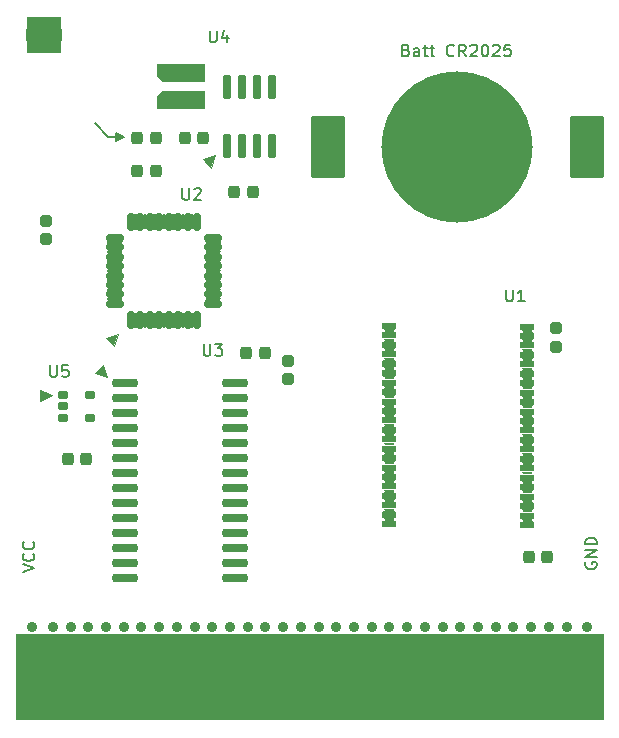
<source format=gbr>
G04 #@! TF.GenerationSoftware,KiCad,Pcbnew,(6.0.8)*
G04 #@! TF.CreationDate,2023-01-17T04:08:54-05:00*
G04 #@! TF.ProjectId,DMG-KGDU-10+,444d472d-4b47-4445-952d-31302b2e6b69,rev?*
G04 #@! TF.SameCoordinates,Original*
G04 #@! TF.FileFunction,Soldermask,Top*
G04 #@! TF.FilePolarity,Negative*
%FSLAX46Y46*%
G04 Gerber Fmt 4.6, Leading zero omitted, Abs format (unit mm)*
G04 Created by KiCad (PCBNEW (6.0.8)) date 2023-01-17 04:08:54*
%MOMM*%
%LPD*%
G01*
G04 APERTURE LIST*
G04 Aperture macros list*
%AMRoundRect*
0 Rectangle with rounded corners*
0 $1 Rounding radius*
0 $2 $3 $4 $5 $6 $7 $8 $9 X,Y pos of 4 corners*
0 Add a 4 corners polygon primitive as box body*
4,1,4,$2,$3,$4,$5,$6,$7,$8,$9,$2,$3,0*
0 Add four circle primitives for the rounded corners*
1,1,$1+$1,$2,$3*
1,1,$1+$1,$4,$5*
1,1,$1+$1,$6,$7*
1,1,$1+$1,$8,$9*
0 Add four rect primitives between the rounded corners*
20,1,$1+$1,$2,$3,$4,$5,0*
20,1,$1+$1,$4,$5,$6,$7,0*
20,1,$1+$1,$6,$7,$8,$9,0*
20,1,$1+$1,$8,$9,$2,$3,0*%
%AMFreePoly0*
4,1,14,0.285921,2.035921,0.785921,1.535921,0.800800,1.500000,0.800800,-2.000000,0.785921,-2.035921,0.750000,-2.050800,-0.750000,-2.050800,-0.785921,-2.035921,-0.800800,-2.000000,-0.800800,2.000000,-0.785921,2.035921,-0.750000,2.050800,0.250000,2.050800,0.285921,2.035921,0.285921,2.035921,$1*%
%AMFreePoly1*
4,1,14,0.785921,2.035921,0.800800,2.000000,0.800800,-2.000000,0.785921,-2.035921,0.750000,-2.050800,-0.750000,-2.050800,-0.785921,-2.035921,-0.800800,-2.000000,-0.800800,1.500000,-0.785921,1.535921,-0.285921,2.035921,-0.250000,2.050800,0.750000,2.050800,0.785921,2.035921,0.785921,2.035921,$1*%
G04 Aperture macros list end*
%ADD10C,0.150000*%
%ADD11C,0.100000*%
%ADD12FreePoly0,90.000000*%
%ADD13FreePoly1,90.000000*%
%ADD14RoundRect,0.050800X-0.350000X-0.255000X0.350000X-0.255000X0.350000X0.255000X-0.350000X0.255000X0*%
%ADD15RoundRect,0.269550X0.256250X-0.218750X0.256250X0.218750X-0.256250X0.218750X-0.256250X-0.218750X0*%
%ADD16RoundRect,0.269550X0.218750X0.256250X-0.218750X0.256250X-0.218750X-0.256250X0.218750X-0.256250X0*%
%ADD17RoundRect,0.269550X-0.218750X-0.256250X0.218750X-0.256250X0.218750X0.256250X-0.218750X0.256250X0*%
%ADD18RoundRect,0.200800X-0.875000X-0.150000X0.875000X-0.150000X0.875000X0.150000X-0.875000X0.150000X0*%
%ADD19RoundRect,0.200800X0.150000X-0.825000X0.150000X0.825000X-0.150000X0.825000X-0.150000X-0.825000X0*%
%ADD20RoundRect,0.050800X-1.395000X-2.540000X1.395000X-2.540000X1.395000X2.540000X-1.395000X2.540000X0*%
%ADD21C,12.801600*%
%ADD22C,0.901600*%
%ADD23RoundRect,0.175800X0.125000X-0.625000X0.125000X0.625000X-0.125000X0.625000X-0.125000X-0.625000X0*%
%ADD24RoundRect,0.175800X0.625000X-0.125000X0.625000X0.125000X-0.625000X0.125000X-0.625000X-0.125000X0*%
%ADD25R,1.000000X1.000000*%
%ADD26R,3.000000X1.000000*%
%ADD27RoundRect,0.063500X-0.500000X-0.212500X0.500000X-0.212500X0.500000X0.212500X-0.500000X0.212500X0*%
%ADD28RoundRect,0.063500X0.500000X0.212500X-0.500000X0.212500X-0.500000X-0.212500X0.500000X-0.212500X0*%
G04 APERTURE END LIST*
D10*
X126227840Y-80597680D02*
X126227840Y-80912640D01*
X126936500Y-80948200D02*
X126227840Y-81227600D01*
X126227840Y-80912640D02*
X126936500Y-80948200D01*
D11*
G36*
X134282044Y-83528332D02*
G01*
X133574937Y-82821225D01*
X134635597Y-82467672D01*
X134282044Y-83528332D01*
G37*
X134282044Y-83528332D02*
X133574937Y-82821225D01*
X134635597Y-82467672D01*
X134282044Y-83528332D01*
G36*
X125477801Y-101269180D02*
G01*
X124417141Y-100915627D01*
X125124248Y-100208520D01*
X125477801Y-101269180D01*
G37*
X125477801Y-101269180D02*
X124417141Y-100915627D01*
X125124248Y-100208520D01*
X125477801Y-101269180D01*
G36*
X120771920Y-102816660D02*
G01*
X119771920Y-103316660D01*
X119771920Y-102316660D01*
X120771920Y-102816660D01*
G37*
X120771920Y-102816660D02*
X119771920Y-103316660D01*
X119771920Y-102316660D01*
X120771920Y-102816660D01*
G36*
X126062722Y-98657070D02*
G01*
X125355616Y-97949963D01*
X126416276Y-97596409D01*
X126062722Y-98657070D01*
G37*
X126062722Y-98657070D02*
X125355616Y-97949963D01*
X126416276Y-97596409D01*
X126062722Y-98657070D01*
D10*
X126227840Y-80912640D02*
X126227840Y-81227600D01*
X126316740Y-81100600D02*
X126580900Y-80986300D01*
X125569980Y-80912640D02*
X126227840Y-80912640D01*
X126352300Y-80752620D02*
X126563120Y-80872000D01*
X126227840Y-80597680D02*
X126936500Y-80948200D01*
X126227840Y-80597680D02*
X126316740Y-81100600D01*
X124452380Y-79763620D02*
X125569980Y-80912640D01*
X126580900Y-80986300D02*
X126352300Y-80752620D01*
X134158095Y-71922380D02*
X134158095Y-72731904D01*
X134205714Y-72827142D01*
X134253333Y-72874761D01*
X134348571Y-72922380D01*
X134539047Y-72922380D01*
X134634285Y-72874761D01*
X134681904Y-72827142D01*
X134729523Y-72731904D01*
X134729523Y-71922380D01*
X135634285Y-72255714D02*
X135634285Y-72922380D01*
X135396190Y-71874761D02*
X135158095Y-72589047D01*
X135777142Y-72589047D01*
X150786904Y-73578571D02*
X150929761Y-73626190D01*
X150977380Y-73673809D01*
X151025000Y-73769047D01*
X151025000Y-73911904D01*
X150977380Y-74007142D01*
X150929761Y-74054761D01*
X150834523Y-74102380D01*
X150453571Y-74102380D01*
X150453571Y-73102380D01*
X150786904Y-73102380D01*
X150882142Y-73150000D01*
X150929761Y-73197619D01*
X150977380Y-73292857D01*
X150977380Y-73388095D01*
X150929761Y-73483333D01*
X150882142Y-73530952D01*
X150786904Y-73578571D01*
X150453571Y-73578571D01*
X151882142Y-74102380D02*
X151882142Y-73578571D01*
X151834523Y-73483333D01*
X151739285Y-73435714D01*
X151548809Y-73435714D01*
X151453571Y-73483333D01*
X151882142Y-74054761D02*
X151786904Y-74102380D01*
X151548809Y-74102380D01*
X151453571Y-74054761D01*
X151405952Y-73959523D01*
X151405952Y-73864285D01*
X151453571Y-73769047D01*
X151548809Y-73721428D01*
X151786904Y-73721428D01*
X151882142Y-73673809D01*
X152215476Y-73435714D02*
X152596428Y-73435714D01*
X152358333Y-73102380D02*
X152358333Y-73959523D01*
X152405952Y-74054761D01*
X152501190Y-74102380D01*
X152596428Y-74102380D01*
X152786904Y-73435714D02*
X153167857Y-73435714D01*
X152929761Y-73102380D02*
X152929761Y-73959523D01*
X152977380Y-74054761D01*
X153072619Y-74102380D01*
X153167857Y-74102380D01*
X154834523Y-74007142D02*
X154786904Y-74054761D01*
X154644047Y-74102380D01*
X154548809Y-74102380D01*
X154405952Y-74054761D01*
X154310714Y-73959523D01*
X154263095Y-73864285D01*
X154215476Y-73673809D01*
X154215476Y-73530952D01*
X154263095Y-73340476D01*
X154310714Y-73245238D01*
X154405952Y-73150000D01*
X154548809Y-73102380D01*
X154644047Y-73102380D01*
X154786904Y-73150000D01*
X154834523Y-73197619D01*
X155834523Y-74102380D02*
X155501190Y-73626190D01*
X155263095Y-74102380D02*
X155263095Y-73102380D01*
X155644047Y-73102380D01*
X155739285Y-73150000D01*
X155786904Y-73197619D01*
X155834523Y-73292857D01*
X155834523Y-73435714D01*
X155786904Y-73530952D01*
X155739285Y-73578571D01*
X155644047Y-73626190D01*
X155263095Y-73626190D01*
X156215476Y-73197619D02*
X156263095Y-73150000D01*
X156358333Y-73102380D01*
X156596428Y-73102380D01*
X156691666Y-73150000D01*
X156739285Y-73197619D01*
X156786904Y-73292857D01*
X156786904Y-73388095D01*
X156739285Y-73530952D01*
X156167857Y-74102380D01*
X156786904Y-74102380D01*
X157405952Y-73102380D02*
X157501190Y-73102380D01*
X157596428Y-73150000D01*
X157644047Y-73197619D01*
X157691666Y-73292857D01*
X157739285Y-73483333D01*
X157739285Y-73721428D01*
X157691666Y-73911904D01*
X157644047Y-74007142D01*
X157596428Y-74054761D01*
X157501190Y-74102380D01*
X157405952Y-74102380D01*
X157310714Y-74054761D01*
X157263095Y-74007142D01*
X157215476Y-73911904D01*
X157167857Y-73721428D01*
X157167857Y-73483333D01*
X157215476Y-73292857D01*
X157263095Y-73197619D01*
X157310714Y-73150000D01*
X157405952Y-73102380D01*
X158120238Y-73197619D02*
X158167857Y-73150000D01*
X158263095Y-73102380D01*
X158501190Y-73102380D01*
X158596428Y-73150000D01*
X158644047Y-73197619D01*
X158691666Y-73292857D01*
X158691666Y-73388095D01*
X158644047Y-73530952D01*
X158072619Y-74102380D01*
X158691666Y-74102380D01*
X159596428Y-73102380D02*
X159120238Y-73102380D01*
X159072619Y-73578571D01*
X159120238Y-73530952D01*
X159215476Y-73483333D01*
X159453571Y-73483333D01*
X159548809Y-73530952D01*
X159596428Y-73578571D01*
X159644047Y-73673809D01*
X159644047Y-73911904D01*
X159596428Y-74007142D01*
X159548809Y-74054761D01*
X159453571Y-74102380D01*
X159215476Y-74102380D01*
X159120238Y-74054761D01*
X159072619Y-74007142D01*
X131838095Y-85252380D02*
X131838095Y-86061904D01*
X131885714Y-86157142D01*
X131933333Y-86204761D01*
X132028571Y-86252380D01*
X132219047Y-86252380D01*
X132314285Y-86204761D01*
X132361904Y-86157142D01*
X132409523Y-86061904D01*
X132409523Y-85252380D01*
X132838095Y-85347619D02*
X132885714Y-85300000D01*
X132980952Y-85252380D01*
X133219047Y-85252380D01*
X133314285Y-85300000D01*
X133361904Y-85347619D01*
X133409523Y-85442857D01*
X133409523Y-85538095D01*
X133361904Y-85680952D01*
X132790476Y-86252380D01*
X133409523Y-86252380D01*
X159238095Y-93852380D02*
X159238095Y-94661904D01*
X159285714Y-94757142D01*
X159333333Y-94804761D01*
X159428571Y-94852380D01*
X159619047Y-94852380D01*
X159714285Y-94804761D01*
X159761904Y-94757142D01*
X159809523Y-94661904D01*
X159809523Y-93852380D01*
X160809523Y-94852380D02*
X160238095Y-94852380D01*
X160523809Y-94852380D02*
X160523809Y-93852380D01*
X160428571Y-93995238D01*
X160333333Y-94090476D01*
X160238095Y-94138095D01*
X120638095Y-100252380D02*
X120638095Y-101061904D01*
X120685714Y-101157142D01*
X120733333Y-101204761D01*
X120828571Y-101252380D01*
X121019047Y-101252380D01*
X121114285Y-101204761D01*
X121161904Y-101157142D01*
X121209523Y-101061904D01*
X121209523Y-100252380D01*
X122161904Y-100252380D02*
X121685714Y-100252380D01*
X121638095Y-100728571D01*
X121685714Y-100680952D01*
X121780952Y-100633333D01*
X122019047Y-100633333D01*
X122114285Y-100680952D01*
X122161904Y-100728571D01*
X122209523Y-100823809D01*
X122209523Y-101061904D01*
X122161904Y-101157142D01*
X122114285Y-101204761D01*
X122019047Y-101252380D01*
X121780952Y-101252380D01*
X121685714Y-101204761D01*
X121638095Y-101157142D01*
X133638095Y-98452380D02*
X133638095Y-99261904D01*
X133685714Y-99357142D01*
X133733333Y-99404761D01*
X133828571Y-99452380D01*
X134019047Y-99452380D01*
X134114285Y-99404761D01*
X134161904Y-99357142D01*
X134209523Y-99261904D01*
X134209523Y-98452380D01*
X134590476Y-98452380D02*
X135209523Y-98452380D01*
X134876190Y-98833333D01*
X135019047Y-98833333D01*
X135114285Y-98880952D01*
X135161904Y-98928571D01*
X135209523Y-99023809D01*
X135209523Y-99261904D01*
X135161904Y-99357142D01*
X135114285Y-99404761D01*
X135019047Y-99452380D01*
X134733333Y-99452380D01*
X134638095Y-99404761D01*
X134590476Y-99357142D01*
X118302380Y-117783333D02*
X119302380Y-117450000D01*
X118302380Y-117116666D01*
X119207142Y-116211904D02*
X119254761Y-116259523D01*
X119302380Y-116402380D01*
X119302380Y-116497619D01*
X119254761Y-116640476D01*
X119159523Y-116735714D01*
X119064285Y-116783333D01*
X118873809Y-116830952D01*
X118730952Y-116830952D01*
X118540476Y-116783333D01*
X118445238Y-116735714D01*
X118350000Y-116640476D01*
X118302380Y-116497619D01*
X118302380Y-116402380D01*
X118350000Y-116259523D01*
X118397619Y-116211904D01*
X119207142Y-115211904D02*
X119254761Y-115259523D01*
X119302380Y-115402380D01*
X119302380Y-115497619D01*
X119254761Y-115640476D01*
X119159523Y-115735714D01*
X119064285Y-115783333D01*
X118873809Y-115830952D01*
X118730952Y-115830952D01*
X118540476Y-115783333D01*
X118445238Y-115735714D01*
X118350000Y-115640476D01*
X118302380Y-115497619D01*
X118302380Y-115402380D01*
X118350000Y-115259523D01*
X118397619Y-115211904D01*
X165980000Y-116941904D02*
X165932380Y-117037142D01*
X165932380Y-117180000D01*
X165980000Y-117322857D01*
X166075238Y-117418095D01*
X166170476Y-117465714D01*
X166360952Y-117513333D01*
X166503809Y-117513333D01*
X166694285Y-117465714D01*
X166789523Y-117418095D01*
X166884761Y-117322857D01*
X166932380Y-117180000D01*
X166932380Y-117084761D01*
X166884761Y-116941904D01*
X166837142Y-116894285D01*
X166503809Y-116894285D01*
X166503809Y-117084761D01*
X166932380Y-116465714D02*
X165932380Y-116465714D01*
X166932380Y-115894285D01*
X165932380Y-115894285D01*
X166932380Y-115418095D02*
X165932380Y-115418095D01*
X165932380Y-115180000D01*
X165980000Y-115037142D01*
X166075238Y-114941904D01*
X166170476Y-114894285D01*
X166360952Y-114846666D01*
X166503809Y-114846666D01*
X166694285Y-114894285D01*
X166789523Y-114941904D01*
X166884761Y-115037142D01*
X166932380Y-115180000D01*
X166932380Y-115418095D01*
G36*
X167520000Y-130252000D02*
G01*
X117720000Y-130252000D01*
X117720000Y-123002000D01*
X167520000Y-123002000D01*
X167520000Y-130252000D01*
G37*
G36*
X120619000Y-72802000D02*
G01*
X119619000Y-72802000D01*
X119619000Y-71802000D01*
X120619000Y-71802000D01*
X120619000Y-72802000D01*
G37*
D11*
X120619000Y-72802000D02*
X119619000Y-72802000D01*
X119619000Y-71802000D01*
X120619000Y-71802000D01*
X120619000Y-72802000D01*
D10*
X126227840Y-80597680D02*
X126227840Y-80912640D01*
X126936500Y-80948200D02*
X126227840Y-81227600D01*
X126227840Y-80912640D02*
X126936500Y-80948200D01*
D11*
G36*
X134282044Y-83528332D02*
G01*
X133574937Y-82821225D01*
X134635597Y-82467672D01*
X134282044Y-83528332D01*
G37*
X134282044Y-83528332D02*
X133574937Y-82821225D01*
X134635597Y-82467672D01*
X134282044Y-83528332D01*
G36*
X125477801Y-101269180D02*
G01*
X124417141Y-100915627D01*
X125124248Y-100208520D01*
X125477801Y-101269180D01*
G37*
X125477801Y-101269180D02*
X124417141Y-100915627D01*
X125124248Y-100208520D01*
X125477801Y-101269180D01*
G36*
X120771920Y-102816660D02*
G01*
X119771920Y-103316660D01*
X119771920Y-102316660D01*
X120771920Y-102816660D01*
G37*
X120771920Y-102816660D02*
X119771920Y-103316660D01*
X119771920Y-102316660D01*
X120771920Y-102816660D01*
G36*
X126062722Y-98657070D02*
G01*
X125355616Y-97949963D01*
X126416276Y-97596409D01*
X126062722Y-98657070D01*
G37*
X126062722Y-98657070D02*
X125355616Y-97949963D01*
X126416276Y-97596409D01*
X126062722Y-98657070D01*
D10*
X126227840Y-80912640D02*
X126227840Y-81227600D01*
X126316740Y-81100600D02*
X126580900Y-80986300D01*
X125569980Y-80912640D02*
X126227840Y-80912640D01*
X126352300Y-80752620D02*
X126563120Y-80872000D01*
X126227840Y-80597680D02*
X126936500Y-80948200D01*
X126227840Y-80597680D02*
X126316740Y-81100600D01*
X124452380Y-79763620D02*
X125569980Y-80912640D01*
X126580900Y-80986300D02*
X126352300Y-80752620D01*
X134158095Y-71922380D02*
X134158095Y-72731904D01*
X134205714Y-72827142D01*
X134253333Y-72874761D01*
X134348571Y-72922380D01*
X134539047Y-72922380D01*
X134634285Y-72874761D01*
X134681904Y-72827142D01*
X134729523Y-72731904D01*
X134729523Y-71922380D01*
X135634285Y-72255714D02*
X135634285Y-72922380D01*
X135396190Y-71874761D02*
X135158095Y-72589047D01*
X135777142Y-72589047D01*
X150786904Y-73578571D02*
X150929761Y-73626190D01*
X150977380Y-73673809D01*
X151025000Y-73769047D01*
X151025000Y-73911904D01*
X150977380Y-74007142D01*
X150929761Y-74054761D01*
X150834523Y-74102380D01*
X150453571Y-74102380D01*
X150453571Y-73102380D01*
X150786904Y-73102380D01*
X150882142Y-73150000D01*
X150929761Y-73197619D01*
X150977380Y-73292857D01*
X150977380Y-73388095D01*
X150929761Y-73483333D01*
X150882142Y-73530952D01*
X150786904Y-73578571D01*
X150453571Y-73578571D01*
X151882142Y-74102380D02*
X151882142Y-73578571D01*
X151834523Y-73483333D01*
X151739285Y-73435714D01*
X151548809Y-73435714D01*
X151453571Y-73483333D01*
X151882142Y-74054761D02*
X151786904Y-74102380D01*
X151548809Y-74102380D01*
X151453571Y-74054761D01*
X151405952Y-73959523D01*
X151405952Y-73864285D01*
X151453571Y-73769047D01*
X151548809Y-73721428D01*
X151786904Y-73721428D01*
X151882142Y-73673809D01*
X152215476Y-73435714D02*
X152596428Y-73435714D01*
X152358333Y-73102380D02*
X152358333Y-73959523D01*
X152405952Y-74054761D01*
X152501190Y-74102380D01*
X152596428Y-74102380D01*
X152786904Y-73435714D02*
X153167857Y-73435714D01*
X152929761Y-73102380D02*
X152929761Y-73959523D01*
X152977380Y-74054761D01*
X153072619Y-74102380D01*
X153167857Y-74102380D01*
X154834523Y-74007142D02*
X154786904Y-74054761D01*
X154644047Y-74102380D01*
X154548809Y-74102380D01*
X154405952Y-74054761D01*
X154310714Y-73959523D01*
X154263095Y-73864285D01*
X154215476Y-73673809D01*
X154215476Y-73530952D01*
X154263095Y-73340476D01*
X154310714Y-73245238D01*
X154405952Y-73150000D01*
X154548809Y-73102380D01*
X154644047Y-73102380D01*
X154786904Y-73150000D01*
X154834523Y-73197619D01*
X155834523Y-74102380D02*
X155501190Y-73626190D01*
X155263095Y-74102380D02*
X155263095Y-73102380D01*
X155644047Y-73102380D01*
X155739285Y-73150000D01*
X155786904Y-73197619D01*
X155834523Y-73292857D01*
X155834523Y-73435714D01*
X155786904Y-73530952D01*
X155739285Y-73578571D01*
X155644047Y-73626190D01*
X155263095Y-73626190D01*
X156215476Y-73197619D02*
X156263095Y-73150000D01*
X156358333Y-73102380D01*
X156596428Y-73102380D01*
X156691666Y-73150000D01*
X156739285Y-73197619D01*
X156786904Y-73292857D01*
X156786904Y-73388095D01*
X156739285Y-73530952D01*
X156167857Y-74102380D01*
X156786904Y-74102380D01*
X157405952Y-73102380D02*
X157501190Y-73102380D01*
X157596428Y-73150000D01*
X157644047Y-73197619D01*
X157691666Y-73292857D01*
X157739285Y-73483333D01*
X157739285Y-73721428D01*
X157691666Y-73911904D01*
X157644047Y-74007142D01*
X157596428Y-74054761D01*
X157501190Y-74102380D01*
X157405952Y-74102380D01*
X157310714Y-74054761D01*
X157263095Y-74007142D01*
X157215476Y-73911904D01*
X157167857Y-73721428D01*
X157167857Y-73483333D01*
X157215476Y-73292857D01*
X157263095Y-73197619D01*
X157310714Y-73150000D01*
X157405952Y-73102380D01*
X158120238Y-73197619D02*
X158167857Y-73150000D01*
X158263095Y-73102380D01*
X158501190Y-73102380D01*
X158596428Y-73150000D01*
X158644047Y-73197619D01*
X158691666Y-73292857D01*
X158691666Y-73388095D01*
X158644047Y-73530952D01*
X158072619Y-74102380D01*
X158691666Y-74102380D01*
X159596428Y-73102380D02*
X159120238Y-73102380D01*
X159072619Y-73578571D01*
X159120238Y-73530952D01*
X159215476Y-73483333D01*
X159453571Y-73483333D01*
X159548809Y-73530952D01*
X159596428Y-73578571D01*
X159644047Y-73673809D01*
X159644047Y-73911904D01*
X159596428Y-74007142D01*
X159548809Y-74054761D01*
X159453571Y-74102380D01*
X159215476Y-74102380D01*
X159120238Y-74054761D01*
X159072619Y-74007142D01*
X131838095Y-85252380D02*
X131838095Y-86061904D01*
X131885714Y-86157142D01*
X131933333Y-86204761D01*
X132028571Y-86252380D01*
X132219047Y-86252380D01*
X132314285Y-86204761D01*
X132361904Y-86157142D01*
X132409523Y-86061904D01*
X132409523Y-85252380D01*
X132838095Y-85347619D02*
X132885714Y-85300000D01*
X132980952Y-85252380D01*
X133219047Y-85252380D01*
X133314285Y-85300000D01*
X133361904Y-85347619D01*
X133409523Y-85442857D01*
X133409523Y-85538095D01*
X133361904Y-85680952D01*
X132790476Y-86252380D01*
X133409523Y-86252380D01*
X159238095Y-93852380D02*
X159238095Y-94661904D01*
X159285714Y-94757142D01*
X159333333Y-94804761D01*
X159428571Y-94852380D01*
X159619047Y-94852380D01*
X159714285Y-94804761D01*
X159761904Y-94757142D01*
X159809523Y-94661904D01*
X159809523Y-93852380D01*
X160809523Y-94852380D02*
X160238095Y-94852380D01*
X160523809Y-94852380D02*
X160523809Y-93852380D01*
X160428571Y-93995238D01*
X160333333Y-94090476D01*
X160238095Y-94138095D01*
X120638095Y-100252380D02*
X120638095Y-101061904D01*
X120685714Y-101157142D01*
X120733333Y-101204761D01*
X120828571Y-101252380D01*
X121019047Y-101252380D01*
X121114285Y-101204761D01*
X121161904Y-101157142D01*
X121209523Y-101061904D01*
X121209523Y-100252380D01*
X122161904Y-100252380D02*
X121685714Y-100252380D01*
X121638095Y-100728571D01*
X121685714Y-100680952D01*
X121780952Y-100633333D01*
X122019047Y-100633333D01*
X122114285Y-100680952D01*
X122161904Y-100728571D01*
X122209523Y-100823809D01*
X122209523Y-101061904D01*
X122161904Y-101157142D01*
X122114285Y-101204761D01*
X122019047Y-101252380D01*
X121780952Y-101252380D01*
X121685714Y-101204761D01*
X121638095Y-101157142D01*
X133638095Y-98452380D02*
X133638095Y-99261904D01*
X133685714Y-99357142D01*
X133733333Y-99404761D01*
X133828571Y-99452380D01*
X134019047Y-99452380D01*
X134114285Y-99404761D01*
X134161904Y-99357142D01*
X134209523Y-99261904D01*
X134209523Y-98452380D01*
X134590476Y-98452380D02*
X135209523Y-98452380D01*
X134876190Y-98833333D01*
X135019047Y-98833333D01*
X135114285Y-98880952D01*
X135161904Y-98928571D01*
X135209523Y-99023809D01*
X135209523Y-99261904D01*
X135161904Y-99357142D01*
X135114285Y-99404761D01*
X135019047Y-99452380D01*
X134733333Y-99452380D01*
X134638095Y-99404761D01*
X134590476Y-99357142D01*
X118302380Y-117783333D02*
X119302380Y-117450000D01*
X118302380Y-117116666D01*
X119207142Y-116211904D02*
X119254761Y-116259523D01*
X119302380Y-116402380D01*
X119302380Y-116497619D01*
X119254761Y-116640476D01*
X119159523Y-116735714D01*
X119064285Y-116783333D01*
X118873809Y-116830952D01*
X118730952Y-116830952D01*
X118540476Y-116783333D01*
X118445238Y-116735714D01*
X118350000Y-116640476D01*
X118302380Y-116497619D01*
X118302380Y-116402380D01*
X118350000Y-116259523D01*
X118397619Y-116211904D01*
X119207142Y-115211904D02*
X119254761Y-115259523D01*
X119302380Y-115402380D01*
X119302380Y-115497619D01*
X119254761Y-115640476D01*
X119159523Y-115735714D01*
X119064285Y-115783333D01*
X118873809Y-115830952D01*
X118730952Y-115830952D01*
X118540476Y-115783333D01*
X118445238Y-115735714D01*
X118350000Y-115640476D01*
X118302380Y-115497619D01*
X118302380Y-115402380D01*
X118350000Y-115259523D01*
X118397619Y-115211904D01*
X165980000Y-116941904D02*
X165932380Y-117037142D01*
X165932380Y-117180000D01*
X165980000Y-117322857D01*
X166075238Y-117418095D01*
X166170476Y-117465714D01*
X166360952Y-117513333D01*
X166503809Y-117513333D01*
X166694285Y-117465714D01*
X166789523Y-117418095D01*
X166884761Y-117322857D01*
X166932380Y-117180000D01*
X166932380Y-117084761D01*
X166884761Y-116941904D01*
X166837142Y-116894285D01*
X166503809Y-116894285D01*
X166503809Y-117084761D01*
X166932380Y-116465714D02*
X165932380Y-116465714D01*
X166932380Y-115894285D01*
X165932380Y-115894285D01*
X166932380Y-115418095D02*
X165932380Y-115418095D01*
X165932380Y-115180000D01*
X165980000Y-115037142D01*
X166075238Y-114941904D01*
X166170476Y-114894285D01*
X166360952Y-114846666D01*
X166503809Y-114846666D01*
X166694285Y-114894285D01*
X166789523Y-114941904D01*
X166884761Y-115037142D01*
X166932380Y-115180000D01*
X166932380Y-115418095D01*
G36*
X167520000Y-130252000D02*
G01*
X117720000Y-130252000D01*
X117720000Y-123002000D01*
X167520000Y-123002000D01*
X167520000Y-130252000D01*
G37*
G36*
X120619000Y-72802000D02*
G01*
X119619000Y-72802000D01*
X119619000Y-71802000D01*
X120619000Y-71802000D01*
X120619000Y-72802000D01*
G37*
D11*
X120619000Y-72802000D02*
X119619000Y-72802000D01*
X119619000Y-71802000D01*
X120619000Y-71802000D01*
X120619000Y-72802000D01*
D12*
X131718000Y-77802000D03*
D13*
X131718000Y-75502000D03*
D14*
X121735000Y-102789000D03*
X121735000Y-103739000D03*
X121735000Y-104689000D03*
X124055000Y-104689000D03*
X124055000Y-102789000D03*
D15*
X163431000Y-98709600D03*
X163431000Y-97134600D03*
D16*
X162737500Y-116460000D03*
X161162500Y-116460000D03*
X138806500Y-99247400D03*
X137231500Y-99247400D03*
D17*
X132030500Y-81002000D03*
X133605500Y-81002000D03*
D16*
X129605500Y-81002000D03*
X128030500Y-81002000D03*
D15*
X120319000Y-89589500D03*
X120319000Y-88014500D03*
D17*
X122132500Y-108210000D03*
X123707500Y-108210000D03*
D16*
X129605500Y-83802000D03*
X128030500Y-83802000D03*
D15*
X140810000Y-101457500D03*
X140810000Y-99882500D03*
D16*
X137787500Y-85600000D03*
X136212500Y-85600000D03*
D18*
X126969000Y-101747000D03*
X126969000Y-103017000D03*
X126969000Y-104287000D03*
X126969000Y-105557000D03*
X126969000Y-106827000D03*
X126969000Y-108097000D03*
X126969000Y-109367000D03*
X126969000Y-110637000D03*
X126969000Y-111907000D03*
X126969000Y-113177000D03*
X126969000Y-114447000D03*
X126969000Y-115717000D03*
X126969000Y-116987000D03*
X126969000Y-118257000D03*
X136269000Y-118257000D03*
X136269000Y-116987000D03*
X136269000Y-115717000D03*
X136269000Y-114447000D03*
X136269000Y-113177000D03*
X136269000Y-111907000D03*
X136269000Y-110637000D03*
X136269000Y-109367000D03*
X136269000Y-108097000D03*
X136269000Y-106827000D03*
X136269000Y-105557000D03*
X136269000Y-104287000D03*
X136269000Y-103017000D03*
X136269000Y-101747000D03*
D19*
X135613000Y-81677000D03*
X136883000Y-81677000D03*
X138153000Y-81677000D03*
X139423000Y-81677000D03*
X139423000Y-76727000D03*
X138153000Y-76727000D03*
X136883000Y-76727000D03*
X135613000Y-76727000D03*
D20*
X166105000Y-81802000D03*
X144135000Y-81802000D03*
D21*
X155120000Y-81802000D03*
D22*
X119120000Y-122402000D03*
X120870000Y-122402000D03*
X122370000Y-122402000D03*
X123870000Y-122402000D03*
X125370000Y-122402000D03*
X126870000Y-122402000D03*
X128370000Y-122402000D03*
X129870000Y-122402000D03*
X131370000Y-122402000D03*
X132870000Y-122402000D03*
X134370000Y-122402000D03*
X135870000Y-122402000D03*
X137370000Y-122402000D03*
X138870000Y-122402000D03*
X140370000Y-122402000D03*
X141870000Y-122402000D03*
X143370000Y-122402000D03*
X144870000Y-122402000D03*
X146370000Y-122402000D03*
X147870000Y-122402000D03*
X149370000Y-122402000D03*
X150870000Y-122402000D03*
X152370000Y-122402000D03*
X153870000Y-122402000D03*
X155370000Y-122402000D03*
X156870000Y-122402000D03*
X158370000Y-122402000D03*
X159870000Y-122402000D03*
X161370000Y-122402000D03*
X162870000Y-122402000D03*
X164370000Y-122402000D03*
X166120000Y-122402000D03*
D23*
X127471020Y-96440760D03*
X128271020Y-96440760D03*
X129071020Y-96440760D03*
X129871020Y-96440760D03*
X130671020Y-96440760D03*
X131471020Y-96440760D03*
X132271020Y-96440760D03*
X133071020Y-96440760D03*
D24*
X134446020Y-95065760D03*
X134446020Y-94265760D03*
X134446020Y-93465760D03*
X134446020Y-92665760D03*
X134446020Y-91865760D03*
X134446020Y-91065760D03*
X134446020Y-90265760D03*
X134446020Y-89465760D03*
D23*
X133071020Y-88090760D03*
X132271020Y-88090760D03*
X131471020Y-88090760D03*
X130671020Y-88090760D03*
X129871020Y-88090760D03*
X129071020Y-88090760D03*
X128271020Y-88090760D03*
X127471020Y-88090760D03*
D24*
X126096020Y-89465760D03*
X126096020Y-90265760D03*
X126096020Y-91065760D03*
X126096020Y-91865760D03*
X126096020Y-92665760D03*
X126096020Y-93465760D03*
X126096020Y-94265760D03*
X126096020Y-95065760D03*
D25*
X119119000Y-72302000D03*
D26*
X120119000Y-71302000D03*
X120119000Y-73302000D03*
D25*
X121119000Y-72302000D03*
D27*
X161055000Y-96977745D03*
X161055000Y-97777840D03*
X161055000Y-98577935D03*
X161055000Y-99378030D03*
X161055000Y-100178125D03*
X161055000Y-100978220D03*
X161055000Y-101778315D03*
X161055000Y-102578410D03*
X161055000Y-103378505D03*
X161055000Y-104178600D03*
X161055000Y-104978695D03*
X161055000Y-105778790D03*
X161055000Y-106578885D03*
X161055000Y-107378980D03*
X161055000Y-108179075D03*
X161055000Y-108979170D03*
X161055000Y-109779265D03*
X161055000Y-110579360D03*
X161055000Y-111379455D03*
X161055000Y-112179550D03*
X161055000Y-112979645D03*
X161055000Y-113779745D03*
D28*
X149350000Y-113715470D03*
X149350000Y-112916423D03*
X149350000Y-112117376D03*
X149350000Y-111318329D03*
X149350000Y-110519282D03*
X149350000Y-109720235D03*
X149350000Y-108921188D03*
X149350000Y-108122141D03*
X149350000Y-107323094D03*
X149350000Y-106524047D03*
X149350000Y-105725000D03*
X149350000Y-104925953D03*
X149350000Y-104126906D03*
X149350000Y-103327859D03*
X149350000Y-102528812D03*
X149350000Y-101729765D03*
X149350000Y-100930718D03*
X149350000Y-100131671D03*
X149350000Y-99332624D03*
X149350000Y-98533577D03*
X149350000Y-97734530D03*
X149350000Y-96935470D03*
G36*
X161544411Y-113254645D02*
G01*
X161544411Y-113256645D01*
X161543069Y-113257607D01*
X161536054Y-113259002D01*
X161474422Y-113291241D01*
X161440148Y-113351426D01*
X161443855Y-113420583D01*
X161484396Y-113476808D01*
X161535997Y-113500374D01*
X161543079Y-113501783D01*
X161544583Y-113503102D01*
X161544193Y-113505064D01*
X161542689Y-113505745D01*
X160567321Y-113505745D01*
X160565589Y-113504745D01*
X160565589Y-113502745D01*
X160566931Y-113501783D01*
X160573946Y-113500388D01*
X160635578Y-113468149D01*
X160669852Y-113407964D01*
X160666145Y-113338807D01*
X160625604Y-113282582D01*
X160574003Y-113259016D01*
X160566921Y-113257607D01*
X160565417Y-113256288D01*
X160565807Y-113254326D01*
X160567311Y-113253645D01*
X161542679Y-113253645D01*
X161544411Y-113254645D01*
G37*
G36*
X149839417Y-113191423D02*
G01*
X149839417Y-113193423D01*
X149838075Y-113194385D01*
X149833700Y-113195255D01*
X149772068Y-113227494D01*
X149737795Y-113287679D01*
X149741502Y-113356836D01*
X149782044Y-113413060D01*
X149833645Y-113436626D01*
X149838078Y-113437508D01*
X149839582Y-113438827D01*
X149839192Y-113440789D01*
X149837688Y-113441470D01*
X148862315Y-113441470D01*
X148860583Y-113440470D01*
X148860583Y-113438470D01*
X148861925Y-113437508D01*
X148866300Y-113436638D01*
X148927932Y-113404399D01*
X148962205Y-113344214D01*
X148958498Y-113275057D01*
X148917956Y-113218833D01*
X148866355Y-113195267D01*
X148861922Y-113194385D01*
X148860418Y-113193066D01*
X148860808Y-113191104D01*
X148862312Y-113190423D01*
X149837685Y-113190423D01*
X149839417Y-113191423D01*
G37*
G36*
X161544418Y-112454550D02*
G01*
X161544418Y-112456550D01*
X161543076Y-112457512D01*
X161536066Y-112458906D01*
X161474434Y-112491145D01*
X161440161Y-112551330D01*
X161443868Y-112620487D01*
X161484410Y-112676711D01*
X161536011Y-112700277D01*
X161543078Y-112701683D01*
X161544582Y-112703002D01*
X161544192Y-112704964D01*
X161542688Y-112705645D01*
X160567314Y-112705645D01*
X160565582Y-112704645D01*
X160565582Y-112702645D01*
X160566924Y-112701683D01*
X160573934Y-112700289D01*
X160635566Y-112668050D01*
X160669839Y-112607865D01*
X160666132Y-112538708D01*
X160625590Y-112482484D01*
X160573989Y-112458918D01*
X160566922Y-112457512D01*
X160565418Y-112456193D01*
X160565808Y-112454231D01*
X160567312Y-112453550D01*
X161542686Y-112453550D01*
X161544418Y-112454550D01*
G37*
G36*
X149839417Y-112392376D02*
G01*
X149839417Y-112394376D01*
X149838075Y-112395338D01*
X149833700Y-112396208D01*
X149772068Y-112428447D01*
X149737795Y-112488632D01*
X149741502Y-112557789D01*
X149782044Y-112614013D01*
X149833645Y-112637579D01*
X149838078Y-112638461D01*
X149839582Y-112639780D01*
X149839192Y-112641742D01*
X149837688Y-112642423D01*
X148862315Y-112642423D01*
X148860583Y-112641423D01*
X148860583Y-112639423D01*
X148861925Y-112638461D01*
X148866300Y-112637591D01*
X148927932Y-112605352D01*
X148962205Y-112545167D01*
X148958498Y-112476010D01*
X148917956Y-112419786D01*
X148866355Y-112396220D01*
X148861922Y-112395338D01*
X148860418Y-112394019D01*
X148860808Y-112392057D01*
X148862312Y-112391376D01*
X149837685Y-112391376D01*
X149839417Y-112392376D01*
G37*
G36*
X161544418Y-111654455D02*
G01*
X161544418Y-111656455D01*
X161543076Y-111657417D01*
X161536066Y-111658811D01*
X161474434Y-111691050D01*
X161440161Y-111751235D01*
X161443868Y-111820392D01*
X161484410Y-111876616D01*
X161536011Y-111900182D01*
X161543078Y-111901588D01*
X161544582Y-111902907D01*
X161544192Y-111904869D01*
X161542688Y-111905550D01*
X160567314Y-111905550D01*
X160565582Y-111904550D01*
X160565582Y-111902550D01*
X160566924Y-111901588D01*
X160573934Y-111900194D01*
X160635566Y-111867955D01*
X160669839Y-111807770D01*
X160666132Y-111738613D01*
X160625590Y-111682389D01*
X160573989Y-111658823D01*
X160566922Y-111657417D01*
X160565418Y-111656098D01*
X160565808Y-111654136D01*
X160567312Y-111653455D01*
X161542686Y-111653455D01*
X161544418Y-111654455D01*
G37*
G36*
X149839417Y-111593329D02*
G01*
X149839417Y-111595329D01*
X149838075Y-111596291D01*
X149833700Y-111597161D01*
X149772068Y-111629400D01*
X149737795Y-111689585D01*
X149741502Y-111758742D01*
X149782044Y-111814966D01*
X149833645Y-111838532D01*
X149838078Y-111839414D01*
X149839582Y-111840733D01*
X149839192Y-111842695D01*
X149837688Y-111843376D01*
X148862315Y-111843376D01*
X148860583Y-111842376D01*
X148860583Y-111840376D01*
X148861925Y-111839414D01*
X148866300Y-111838544D01*
X148927932Y-111806305D01*
X148962205Y-111746120D01*
X148958498Y-111676963D01*
X148917956Y-111620739D01*
X148866355Y-111597173D01*
X148861922Y-111596291D01*
X148860418Y-111594972D01*
X148860808Y-111593010D01*
X148862312Y-111592329D01*
X149837685Y-111592329D01*
X149839417Y-111593329D01*
G37*
G36*
X161544418Y-110854360D02*
G01*
X161544418Y-110856360D01*
X161543076Y-110857322D01*
X161536066Y-110858716D01*
X161474434Y-110890955D01*
X161440161Y-110951140D01*
X161443868Y-111020297D01*
X161484410Y-111076521D01*
X161536011Y-111100087D01*
X161543078Y-111101493D01*
X161544582Y-111102812D01*
X161544192Y-111104774D01*
X161542688Y-111105455D01*
X160567314Y-111105455D01*
X160565582Y-111104455D01*
X160565582Y-111102455D01*
X160566924Y-111101493D01*
X160573934Y-111100099D01*
X160635566Y-111067860D01*
X160669839Y-111007675D01*
X160666132Y-110938518D01*
X160625590Y-110882294D01*
X160573989Y-110858728D01*
X160566922Y-110857322D01*
X160565418Y-110856003D01*
X160565808Y-110854041D01*
X160567312Y-110853360D01*
X161542686Y-110853360D01*
X161544418Y-110854360D01*
G37*
G36*
X149839417Y-110794282D02*
G01*
X149839417Y-110796282D01*
X149838075Y-110797244D01*
X149833700Y-110798114D01*
X149772068Y-110830353D01*
X149737795Y-110890538D01*
X149741502Y-110959695D01*
X149782044Y-111015919D01*
X149833645Y-111039485D01*
X149838078Y-111040367D01*
X149839582Y-111041686D01*
X149839192Y-111043648D01*
X149837688Y-111044329D01*
X148862315Y-111044329D01*
X148860583Y-111043329D01*
X148860583Y-111041329D01*
X148861925Y-111040367D01*
X148866300Y-111039497D01*
X148927932Y-111007258D01*
X148962205Y-110947073D01*
X148958498Y-110877916D01*
X148917956Y-110821692D01*
X148866355Y-110798126D01*
X148861922Y-110797244D01*
X148860418Y-110795925D01*
X148860808Y-110793963D01*
X148862312Y-110793282D01*
X149837685Y-110793282D01*
X149839417Y-110794282D01*
G37*
G36*
X161544418Y-110054265D02*
G01*
X161544418Y-110056265D01*
X161543076Y-110057227D01*
X161536066Y-110058621D01*
X161474434Y-110090860D01*
X161440161Y-110151045D01*
X161443868Y-110220202D01*
X161484410Y-110276426D01*
X161536011Y-110299992D01*
X161543078Y-110301398D01*
X161544582Y-110302717D01*
X161544192Y-110304679D01*
X161542688Y-110305360D01*
X160567314Y-110305360D01*
X160565582Y-110304360D01*
X160565582Y-110302360D01*
X160566924Y-110301398D01*
X160573934Y-110300004D01*
X160635566Y-110267765D01*
X160669839Y-110207580D01*
X160666132Y-110138423D01*
X160625590Y-110082199D01*
X160573989Y-110058633D01*
X160566922Y-110057227D01*
X160565418Y-110055908D01*
X160565808Y-110053946D01*
X160567312Y-110053265D01*
X161542686Y-110053265D01*
X161544418Y-110054265D01*
G37*
G36*
X149839417Y-109995235D02*
G01*
X149839417Y-109997235D01*
X149838075Y-109998197D01*
X149833700Y-109999067D01*
X149772068Y-110031306D01*
X149737795Y-110091491D01*
X149741502Y-110160648D01*
X149782044Y-110216872D01*
X149833645Y-110240438D01*
X149838078Y-110241320D01*
X149839582Y-110242639D01*
X149839192Y-110244601D01*
X149837688Y-110245282D01*
X148862315Y-110245282D01*
X148860583Y-110244282D01*
X148860583Y-110242282D01*
X148861925Y-110241320D01*
X148866300Y-110240450D01*
X148927932Y-110208211D01*
X148962205Y-110148026D01*
X148958498Y-110078869D01*
X148917956Y-110022645D01*
X148866355Y-109999079D01*
X148861922Y-109998197D01*
X148860418Y-109996878D01*
X148860808Y-109994916D01*
X148862312Y-109994235D01*
X149837685Y-109994235D01*
X149839417Y-109995235D01*
G37*
G36*
X161544418Y-109254170D02*
G01*
X161544418Y-109256170D01*
X161543076Y-109257132D01*
X161536066Y-109258526D01*
X161474434Y-109290765D01*
X161440161Y-109350950D01*
X161443868Y-109420107D01*
X161484410Y-109476331D01*
X161536011Y-109499897D01*
X161543078Y-109501303D01*
X161544582Y-109502622D01*
X161544192Y-109504584D01*
X161542688Y-109505265D01*
X160567314Y-109505265D01*
X160565582Y-109504265D01*
X160565582Y-109502265D01*
X160566924Y-109501303D01*
X160573934Y-109499909D01*
X160635566Y-109467670D01*
X160669839Y-109407485D01*
X160666132Y-109338328D01*
X160625590Y-109282104D01*
X160573989Y-109258538D01*
X160566922Y-109257132D01*
X160565418Y-109255813D01*
X160565808Y-109253851D01*
X160567312Y-109253170D01*
X161542686Y-109253170D01*
X161544418Y-109254170D01*
G37*
G36*
X149839417Y-109196188D02*
G01*
X149839417Y-109198188D01*
X149838075Y-109199150D01*
X149833700Y-109200020D01*
X149772068Y-109232259D01*
X149737795Y-109292444D01*
X149741502Y-109361601D01*
X149782044Y-109417825D01*
X149833645Y-109441391D01*
X149838078Y-109442273D01*
X149839582Y-109443592D01*
X149839192Y-109445554D01*
X149837688Y-109446235D01*
X148862315Y-109446235D01*
X148860583Y-109445235D01*
X148860583Y-109443235D01*
X148861925Y-109442273D01*
X148866300Y-109441403D01*
X148927932Y-109409164D01*
X148962205Y-109348979D01*
X148958498Y-109279822D01*
X148917956Y-109223598D01*
X148866355Y-109200032D01*
X148861922Y-109199150D01*
X148860418Y-109197831D01*
X148860808Y-109195869D01*
X148862312Y-109195188D01*
X149837685Y-109195188D01*
X149839417Y-109196188D01*
G37*
G36*
X161544418Y-108454075D02*
G01*
X161544418Y-108456075D01*
X161543076Y-108457037D01*
X161536066Y-108458431D01*
X161474434Y-108490670D01*
X161440161Y-108550855D01*
X161443868Y-108620012D01*
X161484410Y-108676236D01*
X161536011Y-108699802D01*
X161543078Y-108701208D01*
X161544582Y-108702527D01*
X161544192Y-108704489D01*
X161542688Y-108705170D01*
X160567314Y-108705170D01*
X160565582Y-108704170D01*
X160565582Y-108702170D01*
X160566924Y-108701208D01*
X160573934Y-108699814D01*
X160635566Y-108667575D01*
X160669839Y-108607390D01*
X160666132Y-108538233D01*
X160625590Y-108482009D01*
X160573989Y-108458443D01*
X160566922Y-108457037D01*
X160565418Y-108455718D01*
X160565808Y-108453756D01*
X160567312Y-108453075D01*
X161542686Y-108453075D01*
X161544418Y-108454075D01*
G37*
G36*
X149839417Y-108397141D02*
G01*
X149839417Y-108399141D01*
X149838075Y-108400103D01*
X149833700Y-108400973D01*
X149772068Y-108433212D01*
X149737795Y-108493397D01*
X149741502Y-108562554D01*
X149782044Y-108618778D01*
X149833645Y-108642344D01*
X149838078Y-108643226D01*
X149839582Y-108644545D01*
X149839192Y-108646507D01*
X149837688Y-108647188D01*
X148862315Y-108647188D01*
X148860583Y-108646188D01*
X148860583Y-108644188D01*
X148861925Y-108643226D01*
X148866300Y-108642356D01*
X148927932Y-108610117D01*
X148962205Y-108549932D01*
X148958498Y-108480775D01*
X148917956Y-108424551D01*
X148866355Y-108400985D01*
X148861922Y-108400103D01*
X148860418Y-108398784D01*
X148860808Y-108396822D01*
X148862312Y-108396141D01*
X149837685Y-108396141D01*
X149839417Y-108397141D01*
G37*
G36*
X161544418Y-107653980D02*
G01*
X161544418Y-107655980D01*
X161543076Y-107656942D01*
X161536066Y-107658336D01*
X161474434Y-107690575D01*
X161440161Y-107750760D01*
X161443868Y-107819917D01*
X161484410Y-107876141D01*
X161536011Y-107899707D01*
X161543078Y-107901113D01*
X161544582Y-107902432D01*
X161544192Y-107904394D01*
X161542688Y-107905075D01*
X160567314Y-107905075D01*
X160565582Y-107904075D01*
X160565582Y-107902075D01*
X160566924Y-107901113D01*
X160573934Y-107899719D01*
X160635566Y-107867480D01*
X160669839Y-107807295D01*
X160666132Y-107738138D01*
X160625590Y-107681914D01*
X160573989Y-107658348D01*
X160566922Y-107656942D01*
X160565418Y-107655623D01*
X160565808Y-107653661D01*
X160567312Y-107652980D01*
X161542686Y-107652980D01*
X161544418Y-107653980D01*
G37*
G36*
X149839417Y-107598094D02*
G01*
X149839417Y-107600094D01*
X149838075Y-107601056D01*
X149833700Y-107601926D01*
X149772068Y-107634165D01*
X149737795Y-107694350D01*
X149741502Y-107763507D01*
X149782044Y-107819731D01*
X149833645Y-107843297D01*
X149838078Y-107844179D01*
X149839582Y-107845498D01*
X149839192Y-107847460D01*
X149837688Y-107848141D01*
X148862315Y-107848141D01*
X148860583Y-107847141D01*
X148860583Y-107845141D01*
X148861925Y-107844179D01*
X148866300Y-107843309D01*
X148927932Y-107811070D01*
X148962205Y-107750885D01*
X148958498Y-107681728D01*
X148917956Y-107625504D01*
X148866355Y-107601938D01*
X148861922Y-107601056D01*
X148860418Y-107599737D01*
X148860808Y-107597775D01*
X148862312Y-107597094D01*
X149837685Y-107597094D01*
X149839417Y-107598094D01*
G37*
G36*
X161544418Y-106853885D02*
G01*
X161544418Y-106855885D01*
X161543076Y-106856847D01*
X161536066Y-106858241D01*
X161474434Y-106890480D01*
X161440161Y-106950665D01*
X161443868Y-107019822D01*
X161484410Y-107076046D01*
X161536011Y-107099612D01*
X161543078Y-107101018D01*
X161544582Y-107102337D01*
X161544192Y-107104299D01*
X161542688Y-107104980D01*
X160567314Y-107104980D01*
X160565582Y-107103980D01*
X160565582Y-107101980D01*
X160566924Y-107101018D01*
X160573934Y-107099624D01*
X160635566Y-107067385D01*
X160669839Y-107007200D01*
X160666132Y-106938043D01*
X160625590Y-106881819D01*
X160573989Y-106858253D01*
X160566922Y-106856847D01*
X160565418Y-106855528D01*
X160565808Y-106853566D01*
X160567312Y-106852885D01*
X161542686Y-106852885D01*
X161544418Y-106853885D01*
G37*
G36*
X149839417Y-106799047D02*
G01*
X149839417Y-106801047D01*
X149838075Y-106802009D01*
X149833700Y-106802879D01*
X149772068Y-106835118D01*
X149737795Y-106895303D01*
X149741502Y-106964460D01*
X149782044Y-107020684D01*
X149833645Y-107044250D01*
X149838078Y-107045132D01*
X149839582Y-107046451D01*
X149839192Y-107048413D01*
X149837688Y-107049094D01*
X148862315Y-107049094D01*
X148860583Y-107048094D01*
X148860583Y-107046094D01*
X148861925Y-107045132D01*
X148866300Y-107044262D01*
X148927932Y-107012023D01*
X148962205Y-106951838D01*
X148958498Y-106882681D01*
X148917956Y-106826457D01*
X148866355Y-106802891D01*
X148861922Y-106802009D01*
X148860418Y-106800690D01*
X148860808Y-106798728D01*
X148862312Y-106798047D01*
X149837685Y-106798047D01*
X149839417Y-106799047D01*
G37*
G36*
X161544418Y-106053790D02*
G01*
X161544418Y-106055790D01*
X161543076Y-106056752D01*
X161536066Y-106058146D01*
X161474434Y-106090385D01*
X161440161Y-106150570D01*
X161443868Y-106219727D01*
X161484410Y-106275951D01*
X161536011Y-106299517D01*
X161543078Y-106300923D01*
X161544582Y-106302242D01*
X161544192Y-106304204D01*
X161542688Y-106304885D01*
X160567314Y-106304885D01*
X160565582Y-106303885D01*
X160565582Y-106301885D01*
X160566924Y-106300923D01*
X160573934Y-106299529D01*
X160635566Y-106267290D01*
X160669839Y-106207105D01*
X160666132Y-106137948D01*
X160625590Y-106081724D01*
X160573989Y-106058158D01*
X160566922Y-106056752D01*
X160565418Y-106055433D01*
X160565808Y-106053471D01*
X160567312Y-106052790D01*
X161542686Y-106052790D01*
X161544418Y-106053790D01*
G37*
G36*
X149839417Y-106000000D02*
G01*
X149839417Y-106002000D01*
X149838075Y-106002962D01*
X149833700Y-106003832D01*
X149772068Y-106036071D01*
X149737795Y-106096256D01*
X149741502Y-106165413D01*
X149782044Y-106221637D01*
X149833645Y-106245203D01*
X149838078Y-106246085D01*
X149839582Y-106247404D01*
X149839192Y-106249366D01*
X149837688Y-106250047D01*
X148862315Y-106250047D01*
X148860583Y-106249047D01*
X148860583Y-106247047D01*
X148861925Y-106246085D01*
X148866300Y-106245215D01*
X148927932Y-106212976D01*
X148962205Y-106152791D01*
X148958498Y-106083634D01*
X148917956Y-106027410D01*
X148866355Y-106003844D01*
X148861922Y-106002962D01*
X148860418Y-106001643D01*
X148860808Y-105999681D01*
X148862312Y-105999000D01*
X149837685Y-105999000D01*
X149839417Y-106000000D01*
G37*
G36*
X161544418Y-105253695D02*
G01*
X161544418Y-105255695D01*
X161543076Y-105256657D01*
X161536066Y-105258051D01*
X161474434Y-105290290D01*
X161440161Y-105350475D01*
X161443868Y-105419632D01*
X161484410Y-105475856D01*
X161536011Y-105499422D01*
X161543078Y-105500828D01*
X161544582Y-105502147D01*
X161544192Y-105504109D01*
X161542688Y-105504790D01*
X160567314Y-105504790D01*
X160565582Y-105503790D01*
X160565582Y-105501790D01*
X160566924Y-105500828D01*
X160573934Y-105499434D01*
X160635566Y-105467195D01*
X160669839Y-105407010D01*
X160666132Y-105337853D01*
X160625590Y-105281629D01*
X160573989Y-105258063D01*
X160566922Y-105256657D01*
X160565418Y-105255338D01*
X160565808Y-105253376D01*
X160567312Y-105252695D01*
X161542686Y-105252695D01*
X161544418Y-105253695D01*
G37*
G36*
X149839417Y-105200953D02*
G01*
X149839417Y-105202953D01*
X149838075Y-105203915D01*
X149833700Y-105204785D01*
X149772068Y-105237024D01*
X149737795Y-105297209D01*
X149741502Y-105366366D01*
X149782044Y-105422590D01*
X149833645Y-105446156D01*
X149838078Y-105447038D01*
X149839582Y-105448357D01*
X149839192Y-105450319D01*
X149837688Y-105451000D01*
X148862315Y-105451000D01*
X148860583Y-105450000D01*
X148860583Y-105448000D01*
X148861925Y-105447038D01*
X148866300Y-105446168D01*
X148927932Y-105413929D01*
X148962205Y-105353744D01*
X148958498Y-105284587D01*
X148917956Y-105228363D01*
X148866355Y-105204797D01*
X148861922Y-105203915D01*
X148860418Y-105202596D01*
X148860808Y-105200634D01*
X148862312Y-105199953D01*
X149837685Y-105199953D01*
X149839417Y-105200953D01*
G37*
G36*
X161544418Y-104453600D02*
G01*
X161544418Y-104455600D01*
X161543076Y-104456562D01*
X161536066Y-104457956D01*
X161474434Y-104490195D01*
X161440161Y-104550380D01*
X161443868Y-104619537D01*
X161484410Y-104675761D01*
X161536011Y-104699327D01*
X161543078Y-104700733D01*
X161544582Y-104702052D01*
X161544192Y-104704014D01*
X161542688Y-104704695D01*
X160567314Y-104704695D01*
X160565582Y-104703695D01*
X160565582Y-104701695D01*
X160566924Y-104700733D01*
X160573934Y-104699339D01*
X160635566Y-104667100D01*
X160669839Y-104606915D01*
X160666132Y-104537758D01*
X160625590Y-104481534D01*
X160573989Y-104457968D01*
X160566922Y-104456562D01*
X160565418Y-104455243D01*
X160565808Y-104453281D01*
X160567312Y-104452600D01*
X161542686Y-104452600D01*
X161544418Y-104453600D01*
G37*
G36*
X149839417Y-104401906D02*
G01*
X149839417Y-104403906D01*
X149838075Y-104404868D01*
X149833700Y-104405738D01*
X149772068Y-104437977D01*
X149737795Y-104498162D01*
X149741502Y-104567319D01*
X149782044Y-104623543D01*
X149833645Y-104647109D01*
X149838078Y-104647991D01*
X149839582Y-104649310D01*
X149839192Y-104651272D01*
X149837688Y-104651953D01*
X148862315Y-104651953D01*
X148860583Y-104650953D01*
X148860583Y-104648953D01*
X148861925Y-104647991D01*
X148866300Y-104647121D01*
X148927932Y-104614882D01*
X148962205Y-104554697D01*
X148958498Y-104485540D01*
X148917956Y-104429316D01*
X148866355Y-104405750D01*
X148861922Y-104404868D01*
X148860418Y-104403549D01*
X148860808Y-104401587D01*
X148862312Y-104400906D01*
X149837685Y-104400906D01*
X149839417Y-104401906D01*
G37*
G36*
X161544418Y-103653505D02*
G01*
X161544418Y-103655505D01*
X161543076Y-103656467D01*
X161536066Y-103657861D01*
X161474434Y-103690100D01*
X161440161Y-103750285D01*
X161443868Y-103819442D01*
X161484410Y-103875666D01*
X161536011Y-103899232D01*
X161543078Y-103900638D01*
X161544582Y-103901957D01*
X161544192Y-103903919D01*
X161542688Y-103904600D01*
X160567314Y-103904600D01*
X160565582Y-103903600D01*
X160565582Y-103901600D01*
X160566924Y-103900638D01*
X160573934Y-103899244D01*
X160635566Y-103867005D01*
X160669839Y-103806820D01*
X160666132Y-103737663D01*
X160625590Y-103681439D01*
X160573989Y-103657873D01*
X160566922Y-103656467D01*
X160565418Y-103655148D01*
X160565808Y-103653186D01*
X160567312Y-103652505D01*
X161542686Y-103652505D01*
X161544418Y-103653505D01*
G37*
G36*
X149839417Y-103602859D02*
G01*
X149839417Y-103604859D01*
X149838075Y-103605821D01*
X149833700Y-103606691D01*
X149772068Y-103638930D01*
X149737795Y-103699115D01*
X149741502Y-103768272D01*
X149782044Y-103824496D01*
X149833645Y-103848062D01*
X149838078Y-103848944D01*
X149839582Y-103850263D01*
X149839192Y-103852225D01*
X149837688Y-103852906D01*
X148862315Y-103852906D01*
X148860583Y-103851906D01*
X148860583Y-103849906D01*
X148861925Y-103848944D01*
X148866300Y-103848074D01*
X148927932Y-103815835D01*
X148962205Y-103755650D01*
X148958498Y-103686493D01*
X148917956Y-103630269D01*
X148866355Y-103606703D01*
X148861922Y-103605821D01*
X148860418Y-103604502D01*
X148860808Y-103602540D01*
X148862312Y-103601859D01*
X149837685Y-103601859D01*
X149839417Y-103602859D01*
G37*
G36*
X161544418Y-102853410D02*
G01*
X161544418Y-102855410D01*
X161543076Y-102856372D01*
X161536066Y-102857766D01*
X161474434Y-102890005D01*
X161440161Y-102950190D01*
X161443868Y-103019347D01*
X161484410Y-103075571D01*
X161536011Y-103099137D01*
X161543078Y-103100543D01*
X161544582Y-103101862D01*
X161544192Y-103103824D01*
X161542688Y-103104505D01*
X160567314Y-103104505D01*
X160565582Y-103103505D01*
X160565582Y-103101505D01*
X160566924Y-103100543D01*
X160573934Y-103099149D01*
X160635566Y-103066910D01*
X160669839Y-103006725D01*
X160666132Y-102937568D01*
X160625590Y-102881344D01*
X160573989Y-102857778D01*
X160566922Y-102856372D01*
X160565418Y-102855053D01*
X160565808Y-102853091D01*
X160567312Y-102852410D01*
X161542686Y-102852410D01*
X161544418Y-102853410D01*
G37*
G36*
X149839417Y-102803812D02*
G01*
X149839417Y-102805812D01*
X149838075Y-102806774D01*
X149833700Y-102807644D01*
X149772068Y-102839883D01*
X149737795Y-102900068D01*
X149741502Y-102969225D01*
X149782044Y-103025449D01*
X149833645Y-103049015D01*
X149838078Y-103049897D01*
X149839582Y-103051216D01*
X149839192Y-103053178D01*
X149837688Y-103053859D01*
X148862315Y-103053859D01*
X148860583Y-103052859D01*
X148860583Y-103050859D01*
X148861925Y-103049897D01*
X148866300Y-103049027D01*
X148927932Y-103016788D01*
X148962205Y-102956603D01*
X148958498Y-102887446D01*
X148917956Y-102831222D01*
X148866355Y-102807656D01*
X148861922Y-102806774D01*
X148860418Y-102805455D01*
X148860808Y-102803493D01*
X148862312Y-102802812D01*
X149837685Y-102802812D01*
X149839417Y-102803812D01*
G37*
G36*
X161544418Y-102053315D02*
G01*
X161544418Y-102055315D01*
X161543076Y-102056277D01*
X161536066Y-102057671D01*
X161474434Y-102089910D01*
X161440161Y-102150095D01*
X161443868Y-102219252D01*
X161484410Y-102275476D01*
X161536011Y-102299042D01*
X161543078Y-102300448D01*
X161544582Y-102301767D01*
X161544192Y-102303729D01*
X161542688Y-102304410D01*
X160567314Y-102304410D01*
X160565582Y-102303410D01*
X160565582Y-102301410D01*
X160566924Y-102300448D01*
X160573934Y-102299054D01*
X160635566Y-102266815D01*
X160669839Y-102206630D01*
X160666132Y-102137473D01*
X160625590Y-102081249D01*
X160573989Y-102057683D01*
X160566922Y-102056277D01*
X160565418Y-102054958D01*
X160565808Y-102052996D01*
X160567312Y-102052315D01*
X161542686Y-102052315D01*
X161544418Y-102053315D01*
G37*
G36*
X149839417Y-102004765D02*
G01*
X149839417Y-102006765D01*
X149838075Y-102007727D01*
X149833700Y-102008597D01*
X149772068Y-102040836D01*
X149737795Y-102101021D01*
X149741502Y-102170178D01*
X149782044Y-102226402D01*
X149833645Y-102249968D01*
X149838078Y-102250850D01*
X149839582Y-102252169D01*
X149839192Y-102254131D01*
X149837688Y-102254812D01*
X148862315Y-102254812D01*
X148860583Y-102253812D01*
X148860583Y-102251812D01*
X148861925Y-102250850D01*
X148866300Y-102249980D01*
X148927932Y-102217741D01*
X148962205Y-102157556D01*
X148958498Y-102088399D01*
X148917956Y-102032175D01*
X148866355Y-102008609D01*
X148861922Y-102007727D01*
X148860418Y-102006408D01*
X148860808Y-102004446D01*
X148862312Y-102003765D01*
X149837685Y-102003765D01*
X149839417Y-102004765D01*
G37*
G36*
X161544418Y-101253220D02*
G01*
X161544418Y-101255220D01*
X161543076Y-101256182D01*
X161536066Y-101257576D01*
X161474434Y-101289815D01*
X161440161Y-101350000D01*
X161443868Y-101419157D01*
X161484410Y-101475381D01*
X161536011Y-101498947D01*
X161543078Y-101500353D01*
X161544582Y-101501672D01*
X161544192Y-101503634D01*
X161542688Y-101504315D01*
X160567314Y-101504315D01*
X160565582Y-101503315D01*
X160565582Y-101501315D01*
X160566924Y-101500353D01*
X160573934Y-101498959D01*
X160635566Y-101466720D01*
X160669839Y-101406535D01*
X160666132Y-101337378D01*
X160625590Y-101281154D01*
X160573989Y-101257588D01*
X160566922Y-101256182D01*
X160565418Y-101254863D01*
X160565808Y-101252901D01*
X160567312Y-101252220D01*
X161542686Y-101252220D01*
X161544418Y-101253220D01*
G37*
G36*
X149839417Y-101205718D02*
G01*
X149839417Y-101207718D01*
X149838075Y-101208680D01*
X149833700Y-101209550D01*
X149772068Y-101241789D01*
X149737795Y-101301974D01*
X149741502Y-101371131D01*
X149782044Y-101427355D01*
X149833645Y-101450921D01*
X149838078Y-101451803D01*
X149839582Y-101453122D01*
X149839192Y-101455084D01*
X149837688Y-101455765D01*
X148862315Y-101455765D01*
X148860583Y-101454765D01*
X148860583Y-101452765D01*
X148861925Y-101451803D01*
X148866300Y-101450933D01*
X148927932Y-101418694D01*
X148962205Y-101358509D01*
X148958498Y-101289352D01*
X148917956Y-101233128D01*
X148866355Y-101209562D01*
X148861922Y-101208680D01*
X148860418Y-101207361D01*
X148860808Y-101205399D01*
X148862312Y-101204718D01*
X149837685Y-101204718D01*
X149839417Y-101205718D01*
G37*
G36*
X161544418Y-100453125D02*
G01*
X161544418Y-100455125D01*
X161543076Y-100456087D01*
X161536066Y-100457481D01*
X161474434Y-100489720D01*
X161440161Y-100549905D01*
X161443868Y-100619062D01*
X161484410Y-100675286D01*
X161536011Y-100698852D01*
X161543078Y-100700258D01*
X161544582Y-100701577D01*
X161544192Y-100703539D01*
X161542688Y-100704220D01*
X160567314Y-100704220D01*
X160565582Y-100703220D01*
X160565582Y-100701220D01*
X160566924Y-100700258D01*
X160573934Y-100698864D01*
X160635566Y-100666625D01*
X160669839Y-100606440D01*
X160666132Y-100537283D01*
X160625590Y-100481059D01*
X160573989Y-100457493D01*
X160566922Y-100456087D01*
X160565418Y-100454768D01*
X160565808Y-100452806D01*
X160567312Y-100452125D01*
X161542686Y-100452125D01*
X161544418Y-100453125D01*
G37*
G36*
X149839417Y-100406671D02*
G01*
X149839417Y-100408671D01*
X149838075Y-100409633D01*
X149833700Y-100410503D01*
X149772068Y-100442742D01*
X149737795Y-100502927D01*
X149741502Y-100572084D01*
X149782044Y-100628308D01*
X149833645Y-100651874D01*
X149838078Y-100652756D01*
X149839582Y-100654075D01*
X149839192Y-100656037D01*
X149837688Y-100656718D01*
X148862315Y-100656718D01*
X148860583Y-100655718D01*
X148860583Y-100653718D01*
X148861925Y-100652756D01*
X148866300Y-100651886D01*
X148927932Y-100619647D01*
X148962205Y-100559462D01*
X148958498Y-100490305D01*
X148917956Y-100434081D01*
X148866355Y-100410515D01*
X148861922Y-100409633D01*
X148860418Y-100408314D01*
X148860808Y-100406352D01*
X148862312Y-100405671D01*
X149837685Y-100405671D01*
X149839417Y-100406671D01*
G37*
G36*
X161544418Y-99653030D02*
G01*
X161544418Y-99655030D01*
X161543076Y-99655992D01*
X161536066Y-99657386D01*
X161474434Y-99689625D01*
X161440161Y-99749810D01*
X161443868Y-99818967D01*
X161484410Y-99875191D01*
X161536011Y-99898757D01*
X161543078Y-99900163D01*
X161544582Y-99901482D01*
X161544192Y-99903444D01*
X161542688Y-99904125D01*
X160567314Y-99904125D01*
X160565582Y-99903125D01*
X160565582Y-99901125D01*
X160566924Y-99900163D01*
X160573934Y-99898769D01*
X160635566Y-99866530D01*
X160669839Y-99806345D01*
X160666132Y-99737188D01*
X160625590Y-99680964D01*
X160573989Y-99657398D01*
X160566922Y-99655992D01*
X160565418Y-99654673D01*
X160565808Y-99652711D01*
X160567312Y-99652030D01*
X161542686Y-99652030D01*
X161544418Y-99653030D01*
G37*
G36*
X149839417Y-99607624D02*
G01*
X149839417Y-99609624D01*
X149838075Y-99610586D01*
X149833700Y-99611456D01*
X149772068Y-99643695D01*
X149737795Y-99703880D01*
X149741502Y-99773037D01*
X149782044Y-99829261D01*
X149833645Y-99852827D01*
X149838078Y-99853709D01*
X149839582Y-99855028D01*
X149839192Y-99856990D01*
X149837688Y-99857671D01*
X148862315Y-99857671D01*
X148860583Y-99856671D01*
X148860583Y-99854671D01*
X148861925Y-99853709D01*
X148866300Y-99852839D01*
X148927932Y-99820600D01*
X148962205Y-99760415D01*
X148958498Y-99691258D01*
X148917956Y-99635034D01*
X148866355Y-99611468D01*
X148861922Y-99610586D01*
X148860418Y-99609267D01*
X148860808Y-99607305D01*
X148862312Y-99606624D01*
X149837685Y-99606624D01*
X149839417Y-99607624D01*
G37*
G36*
X161544418Y-98852935D02*
G01*
X161544418Y-98854935D01*
X161543076Y-98855897D01*
X161536066Y-98857291D01*
X161474434Y-98889530D01*
X161440161Y-98949715D01*
X161443868Y-99018872D01*
X161484410Y-99075096D01*
X161536011Y-99098662D01*
X161543078Y-99100068D01*
X161544582Y-99101387D01*
X161544192Y-99103349D01*
X161542688Y-99104030D01*
X160567314Y-99104030D01*
X160565582Y-99103030D01*
X160565582Y-99101030D01*
X160566924Y-99100068D01*
X160573934Y-99098674D01*
X160635566Y-99066435D01*
X160669839Y-99006250D01*
X160666132Y-98937093D01*
X160625590Y-98880869D01*
X160573989Y-98857303D01*
X160566922Y-98855897D01*
X160565418Y-98854578D01*
X160565808Y-98852616D01*
X160567312Y-98851935D01*
X161542686Y-98851935D01*
X161544418Y-98852935D01*
G37*
G36*
X149839417Y-98808577D02*
G01*
X149839417Y-98810577D01*
X149838075Y-98811539D01*
X149833700Y-98812409D01*
X149772068Y-98844648D01*
X149737795Y-98904833D01*
X149741502Y-98973990D01*
X149782044Y-99030214D01*
X149833645Y-99053780D01*
X149838078Y-99054662D01*
X149839582Y-99055981D01*
X149839192Y-99057943D01*
X149837688Y-99058624D01*
X148862315Y-99058624D01*
X148860583Y-99057624D01*
X148860583Y-99055624D01*
X148861925Y-99054662D01*
X148866300Y-99053792D01*
X148927932Y-99021553D01*
X148962205Y-98961368D01*
X148958498Y-98892211D01*
X148917956Y-98835987D01*
X148866355Y-98812421D01*
X148861922Y-98811539D01*
X148860418Y-98810220D01*
X148860808Y-98808258D01*
X148862312Y-98807577D01*
X149837685Y-98807577D01*
X149839417Y-98808577D01*
G37*
G36*
X161544418Y-98052840D02*
G01*
X161544418Y-98054840D01*
X161543076Y-98055802D01*
X161536066Y-98057196D01*
X161474434Y-98089435D01*
X161440161Y-98149620D01*
X161443868Y-98218777D01*
X161484410Y-98275001D01*
X161536011Y-98298567D01*
X161543078Y-98299973D01*
X161544582Y-98301292D01*
X161544192Y-98303254D01*
X161542688Y-98303935D01*
X160567314Y-98303935D01*
X160565582Y-98302935D01*
X160565582Y-98300935D01*
X160566924Y-98299973D01*
X160573934Y-98298579D01*
X160635566Y-98266340D01*
X160669839Y-98206155D01*
X160666132Y-98136998D01*
X160625590Y-98080774D01*
X160573989Y-98057208D01*
X160566922Y-98055802D01*
X160565418Y-98054483D01*
X160565808Y-98052521D01*
X160567312Y-98051840D01*
X161542686Y-98051840D01*
X161544418Y-98052840D01*
G37*
G36*
X149839417Y-98009530D02*
G01*
X149839417Y-98011530D01*
X149838075Y-98012492D01*
X149833700Y-98013362D01*
X149772068Y-98045601D01*
X149737795Y-98105786D01*
X149741502Y-98174943D01*
X149782044Y-98231167D01*
X149833645Y-98254733D01*
X149838078Y-98255615D01*
X149839582Y-98256934D01*
X149839192Y-98258896D01*
X149837688Y-98259577D01*
X148862315Y-98259577D01*
X148860583Y-98258577D01*
X148860583Y-98256577D01*
X148861925Y-98255615D01*
X148866300Y-98254745D01*
X148927932Y-98222506D01*
X148962205Y-98162321D01*
X148958498Y-98093164D01*
X148917956Y-98036940D01*
X148866355Y-98013374D01*
X148861922Y-98012492D01*
X148860418Y-98011173D01*
X148860808Y-98009211D01*
X148862312Y-98008530D01*
X149837685Y-98008530D01*
X149839417Y-98009530D01*
G37*
G36*
X161544418Y-97252745D02*
G01*
X161544418Y-97254745D01*
X161543076Y-97255707D01*
X161536066Y-97257101D01*
X161474434Y-97289340D01*
X161440161Y-97349525D01*
X161443868Y-97418682D01*
X161484410Y-97474906D01*
X161536011Y-97498472D01*
X161543078Y-97499878D01*
X161544582Y-97501197D01*
X161544192Y-97503159D01*
X161542688Y-97503840D01*
X160567314Y-97503840D01*
X160565582Y-97502840D01*
X160565582Y-97500840D01*
X160566924Y-97499878D01*
X160573934Y-97498484D01*
X160635566Y-97466245D01*
X160669839Y-97406060D01*
X160666132Y-97336903D01*
X160625590Y-97280679D01*
X160573989Y-97257113D01*
X160566922Y-97255707D01*
X160565418Y-97254388D01*
X160565808Y-97252426D01*
X160567312Y-97251745D01*
X161542686Y-97251745D01*
X161544418Y-97252745D01*
G37*
G36*
X149839411Y-97210470D02*
G01*
X149839411Y-97212470D01*
X149838069Y-97213432D01*
X149833668Y-97214307D01*
X149772036Y-97246546D01*
X149737762Y-97306731D01*
X149741468Y-97375888D01*
X149782010Y-97432113D01*
X149833611Y-97455679D01*
X149838079Y-97456568D01*
X149839583Y-97457887D01*
X149839193Y-97459849D01*
X149837689Y-97460530D01*
X148862321Y-97460530D01*
X148860589Y-97459530D01*
X148860589Y-97457530D01*
X148861931Y-97456568D01*
X148866332Y-97455693D01*
X148927964Y-97423454D01*
X148962238Y-97363269D01*
X148958532Y-97294112D01*
X148917990Y-97237887D01*
X148866389Y-97214321D01*
X148861921Y-97213432D01*
X148860417Y-97212113D01*
X148860807Y-97210151D01*
X148862311Y-97209470D01*
X149837679Y-97209470D01*
X149839411Y-97210470D01*
G37*
G36*
X131982775Y-95761484D02*
G01*
X131982848Y-95762530D01*
X131972220Y-95815959D01*
X131972220Y-97065561D01*
X131982804Y-97118768D01*
X131982161Y-97120662D01*
X131980199Y-97121052D01*
X131979317Y-97120452D01*
X131938532Y-97072384D01*
X131872286Y-97052183D01*
X131805645Y-97071001D01*
X131762667Y-97120688D01*
X131760777Y-97121344D01*
X131759265Y-97120036D01*
X131759192Y-97118990D01*
X131769820Y-97065561D01*
X131769820Y-95815959D01*
X131759236Y-95762752D01*
X131759879Y-95760858D01*
X131761841Y-95760468D01*
X131762723Y-95761068D01*
X131803508Y-95809136D01*
X131869754Y-95829337D01*
X131936395Y-95810519D01*
X131979373Y-95760832D01*
X131981263Y-95760176D01*
X131982775Y-95761484D01*
G37*
G36*
X131182775Y-95761484D02*
G01*
X131182848Y-95762530D01*
X131172220Y-95815959D01*
X131172220Y-97065561D01*
X131182804Y-97118768D01*
X131182161Y-97120662D01*
X131180199Y-97121052D01*
X131179317Y-97120452D01*
X131138532Y-97072384D01*
X131072286Y-97052183D01*
X131005645Y-97071001D01*
X130962667Y-97120688D01*
X130960777Y-97121344D01*
X130959265Y-97120036D01*
X130959192Y-97118990D01*
X130969820Y-97065561D01*
X130969820Y-95815959D01*
X130959236Y-95762752D01*
X130959879Y-95760858D01*
X130961841Y-95760468D01*
X130962723Y-95761068D01*
X131003508Y-95809136D01*
X131069754Y-95829337D01*
X131136395Y-95810519D01*
X131179373Y-95760832D01*
X131181263Y-95760176D01*
X131182775Y-95761484D01*
G37*
G36*
X127982775Y-95761484D02*
G01*
X127982848Y-95762530D01*
X127972220Y-95815959D01*
X127972220Y-97065561D01*
X127982804Y-97118768D01*
X127982161Y-97120662D01*
X127980199Y-97121052D01*
X127979317Y-97120452D01*
X127938532Y-97072384D01*
X127872286Y-97052183D01*
X127805645Y-97071001D01*
X127762667Y-97120688D01*
X127760777Y-97121344D01*
X127759265Y-97120036D01*
X127759192Y-97118990D01*
X127769820Y-97065561D01*
X127769820Y-95815959D01*
X127759236Y-95762752D01*
X127759879Y-95760858D01*
X127761841Y-95760468D01*
X127762723Y-95761068D01*
X127803508Y-95809136D01*
X127869754Y-95829337D01*
X127936395Y-95810519D01*
X127979373Y-95760832D01*
X127981263Y-95760176D01*
X127982775Y-95761484D01*
G37*
G36*
X132782775Y-95761484D02*
G01*
X132782848Y-95762530D01*
X132772220Y-95815959D01*
X132772220Y-97065561D01*
X132782804Y-97118768D01*
X132782161Y-97120662D01*
X132780199Y-97121052D01*
X132779317Y-97120452D01*
X132738532Y-97072384D01*
X132672286Y-97052183D01*
X132605645Y-97071001D01*
X132562667Y-97120688D01*
X132560777Y-97121344D01*
X132559265Y-97120036D01*
X132559192Y-97118990D01*
X132569820Y-97065561D01*
X132569820Y-95815959D01*
X132559236Y-95762752D01*
X132559879Y-95760858D01*
X132561841Y-95760468D01*
X132562723Y-95761068D01*
X132603508Y-95809136D01*
X132669754Y-95829337D01*
X132736395Y-95810519D01*
X132779373Y-95760832D01*
X132781263Y-95760176D01*
X132782775Y-95761484D01*
G37*
G36*
X129582775Y-95761484D02*
G01*
X129582848Y-95762530D01*
X129572220Y-95815959D01*
X129572220Y-97065561D01*
X129582804Y-97118768D01*
X129582161Y-97120662D01*
X129580199Y-97121052D01*
X129579317Y-97120452D01*
X129538532Y-97072384D01*
X129472286Y-97052183D01*
X129405645Y-97071001D01*
X129362667Y-97120688D01*
X129360777Y-97121344D01*
X129359265Y-97120036D01*
X129359192Y-97118990D01*
X129369820Y-97065561D01*
X129369820Y-95815959D01*
X129359236Y-95762752D01*
X129359879Y-95760858D01*
X129361841Y-95760468D01*
X129362723Y-95761068D01*
X129403508Y-95809136D01*
X129469754Y-95829337D01*
X129536395Y-95810519D01*
X129579373Y-95760832D01*
X129581263Y-95760176D01*
X129582775Y-95761484D01*
G37*
G36*
X130382775Y-95761484D02*
G01*
X130382848Y-95762530D01*
X130372220Y-95815959D01*
X130372220Y-97065561D01*
X130382804Y-97118768D01*
X130382161Y-97120662D01*
X130380199Y-97121052D01*
X130379317Y-97120452D01*
X130338532Y-97072384D01*
X130272286Y-97052183D01*
X130205645Y-97071001D01*
X130162667Y-97120688D01*
X130160777Y-97121344D01*
X130159265Y-97120036D01*
X130159192Y-97118990D01*
X130169820Y-97065561D01*
X130169820Y-95815959D01*
X130159236Y-95762752D01*
X130159879Y-95760858D01*
X130161841Y-95760468D01*
X130162723Y-95761068D01*
X130203508Y-95809136D01*
X130269754Y-95829337D01*
X130336395Y-95810519D01*
X130379373Y-95760832D01*
X130381263Y-95760176D01*
X130382775Y-95761484D01*
G37*
G36*
X128782775Y-95761484D02*
G01*
X128782848Y-95762530D01*
X128772220Y-95815959D01*
X128772220Y-97065561D01*
X128782804Y-97118768D01*
X128782161Y-97120662D01*
X128780199Y-97121052D01*
X128779317Y-97120452D01*
X128738532Y-97072384D01*
X128672286Y-97052183D01*
X128605645Y-97071001D01*
X128562667Y-97120688D01*
X128560777Y-97121344D01*
X128559265Y-97120036D01*
X128559192Y-97118990D01*
X128569820Y-97065561D01*
X128569820Y-95815959D01*
X128559236Y-95762752D01*
X128559879Y-95760858D01*
X128561841Y-95760468D01*
X128562723Y-95761068D01*
X128603508Y-95809136D01*
X128669754Y-95829337D01*
X128736395Y-95810519D01*
X128779373Y-95760832D01*
X128781263Y-95760176D01*
X128782775Y-95761484D01*
G37*
G36*
X125471219Y-94564560D02*
G01*
X126720821Y-94564560D01*
X126774028Y-94553976D01*
X126775922Y-94554619D01*
X126776312Y-94556581D01*
X126775712Y-94557463D01*
X126727644Y-94598248D01*
X126707443Y-94664494D01*
X126726261Y-94731135D01*
X126775948Y-94774113D01*
X126776604Y-94776003D01*
X126775296Y-94777515D01*
X126774250Y-94777588D01*
X126720821Y-94766960D01*
X125471219Y-94766960D01*
X125418012Y-94777544D01*
X125416118Y-94776901D01*
X125415728Y-94774939D01*
X125416328Y-94774057D01*
X125464396Y-94733272D01*
X125484597Y-94667026D01*
X125465779Y-94600385D01*
X125416092Y-94557407D01*
X125415436Y-94555517D01*
X125416744Y-94554005D01*
X125417790Y-94553932D01*
X125471219Y-94564560D01*
G37*
G36*
X133821219Y-94564560D02*
G01*
X135070821Y-94564560D01*
X135124028Y-94553976D01*
X135125922Y-94554619D01*
X135126312Y-94556581D01*
X135125712Y-94557463D01*
X135077644Y-94598248D01*
X135057443Y-94664494D01*
X135076261Y-94731135D01*
X135125948Y-94774113D01*
X135126604Y-94776003D01*
X135125296Y-94777515D01*
X135124250Y-94777588D01*
X135070821Y-94766960D01*
X133821219Y-94766960D01*
X133768012Y-94777544D01*
X133766118Y-94776901D01*
X133765728Y-94774939D01*
X133766328Y-94774057D01*
X133814396Y-94733272D01*
X133834597Y-94667026D01*
X133815779Y-94600385D01*
X133766092Y-94557407D01*
X133765436Y-94555517D01*
X133766744Y-94554005D01*
X133767790Y-94553932D01*
X133821219Y-94564560D01*
G37*
G36*
X133821219Y-93764560D02*
G01*
X135070821Y-93764560D01*
X135124028Y-93753976D01*
X135125922Y-93754619D01*
X135126312Y-93756581D01*
X135125712Y-93757463D01*
X135077644Y-93798248D01*
X135057443Y-93864494D01*
X135076261Y-93931135D01*
X135125948Y-93974113D01*
X135126604Y-93976003D01*
X135125296Y-93977515D01*
X135124250Y-93977588D01*
X135070821Y-93966960D01*
X133821219Y-93966960D01*
X133768012Y-93977544D01*
X133766118Y-93976901D01*
X133765728Y-93974939D01*
X133766328Y-93974057D01*
X133814396Y-93933272D01*
X133834597Y-93867026D01*
X133815779Y-93800385D01*
X133766092Y-93757407D01*
X133765436Y-93755517D01*
X133766744Y-93754005D01*
X133767790Y-93753932D01*
X133821219Y-93764560D01*
G37*
G36*
X125471219Y-93764560D02*
G01*
X126720821Y-93764560D01*
X126774028Y-93753976D01*
X126775922Y-93754619D01*
X126776312Y-93756581D01*
X126775712Y-93757463D01*
X126727644Y-93798248D01*
X126707443Y-93864494D01*
X126726261Y-93931135D01*
X126775948Y-93974113D01*
X126776604Y-93976003D01*
X126775296Y-93977515D01*
X126774250Y-93977588D01*
X126720821Y-93966960D01*
X125471219Y-93966960D01*
X125418012Y-93977544D01*
X125416118Y-93976901D01*
X125415728Y-93974939D01*
X125416328Y-93974057D01*
X125464396Y-93933272D01*
X125484597Y-93867026D01*
X125465779Y-93800385D01*
X125416092Y-93757407D01*
X125415436Y-93755517D01*
X125416744Y-93754005D01*
X125417790Y-93753932D01*
X125471219Y-93764560D01*
G37*
G36*
X125471219Y-92964560D02*
G01*
X126720821Y-92964560D01*
X126774028Y-92953976D01*
X126775922Y-92954619D01*
X126776312Y-92956581D01*
X126775712Y-92957463D01*
X126727644Y-92998248D01*
X126707443Y-93064494D01*
X126726261Y-93131135D01*
X126775948Y-93174113D01*
X126776604Y-93176003D01*
X126775296Y-93177515D01*
X126774250Y-93177588D01*
X126720821Y-93166960D01*
X125471219Y-93166960D01*
X125418012Y-93177544D01*
X125416118Y-93176901D01*
X125415728Y-93174939D01*
X125416328Y-93174057D01*
X125464396Y-93133272D01*
X125484597Y-93067026D01*
X125465779Y-93000385D01*
X125416092Y-92957407D01*
X125415436Y-92955517D01*
X125416744Y-92954005D01*
X125417790Y-92953932D01*
X125471219Y-92964560D01*
G37*
G36*
X133821219Y-92964560D02*
G01*
X135070821Y-92964560D01*
X135124028Y-92953976D01*
X135125922Y-92954619D01*
X135126312Y-92956581D01*
X135125712Y-92957463D01*
X135077644Y-92998248D01*
X135057443Y-93064494D01*
X135076261Y-93131135D01*
X135125948Y-93174113D01*
X135126604Y-93176003D01*
X135125296Y-93177515D01*
X135124250Y-93177588D01*
X135070821Y-93166960D01*
X133821219Y-93166960D01*
X133768012Y-93177544D01*
X133766118Y-93176901D01*
X133765728Y-93174939D01*
X133766328Y-93174057D01*
X133814396Y-93133272D01*
X133834597Y-93067026D01*
X133815779Y-93000385D01*
X133766092Y-92957407D01*
X133765436Y-92955517D01*
X133766744Y-92954005D01*
X133767790Y-92953932D01*
X133821219Y-92964560D01*
G37*
G36*
X133821219Y-92164560D02*
G01*
X135070821Y-92164560D01*
X135124028Y-92153976D01*
X135125922Y-92154619D01*
X135126312Y-92156581D01*
X135125712Y-92157463D01*
X135077644Y-92198248D01*
X135057443Y-92264494D01*
X135076261Y-92331135D01*
X135125948Y-92374113D01*
X135126604Y-92376003D01*
X135125296Y-92377515D01*
X135124250Y-92377588D01*
X135070821Y-92366960D01*
X133821219Y-92366960D01*
X133768012Y-92377544D01*
X133766118Y-92376901D01*
X133765728Y-92374939D01*
X133766328Y-92374057D01*
X133814396Y-92333272D01*
X133834597Y-92267026D01*
X133815779Y-92200385D01*
X133766092Y-92157407D01*
X133765436Y-92155517D01*
X133766744Y-92154005D01*
X133767790Y-92153932D01*
X133821219Y-92164560D01*
G37*
G36*
X125471219Y-92164560D02*
G01*
X126720821Y-92164560D01*
X126774028Y-92153976D01*
X126775922Y-92154619D01*
X126776312Y-92156581D01*
X126775712Y-92157463D01*
X126727644Y-92198248D01*
X126707443Y-92264494D01*
X126726261Y-92331135D01*
X126775948Y-92374113D01*
X126776604Y-92376003D01*
X126775296Y-92377515D01*
X126774250Y-92377588D01*
X126720821Y-92366960D01*
X125471219Y-92366960D01*
X125418012Y-92377544D01*
X125416118Y-92376901D01*
X125415728Y-92374939D01*
X125416328Y-92374057D01*
X125464396Y-92333272D01*
X125484597Y-92267026D01*
X125465779Y-92200385D01*
X125416092Y-92157407D01*
X125415436Y-92155517D01*
X125416744Y-92154005D01*
X125417790Y-92153932D01*
X125471219Y-92164560D01*
G37*
G36*
X133821219Y-91364560D02*
G01*
X135070821Y-91364560D01*
X135124028Y-91353976D01*
X135125922Y-91354619D01*
X135126312Y-91356581D01*
X135125712Y-91357463D01*
X135077644Y-91398248D01*
X135057443Y-91464494D01*
X135076261Y-91531135D01*
X135125948Y-91574113D01*
X135126604Y-91576003D01*
X135125296Y-91577515D01*
X135124250Y-91577588D01*
X135070821Y-91566960D01*
X133821219Y-91566960D01*
X133768012Y-91577544D01*
X133766118Y-91576901D01*
X133765728Y-91574939D01*
X133766328Y-91574057D01*
X133814396Y-91533272D01*
X133834597Y-91467026D01*
X133815779Y-91400385D01*
X133766092Y-91357407D01*
X133765436Y-91355517D01*
X133766744Y-91354005D01*
X133767790Y-91353932D01*
X133821219Y-91364560D01*
G37*
G36*
X125471219Y-91364560D02*
G01*
X126720821Y-91364560D01*
X126774028Y-91353976D01*
X126775922Y-91354619D01*
X126776312Y-91356581D01*
X126775712Y-91357463D01*
X126727644Y-91398248D01*
X126707443Y-91464494D01*
X126726261Y-91531135D01*
X126775948Y-91574113D01*
X126776604Y-91576003D01*
X126775296Y-91577515D01*
X126774250Y-91577588D01*
X126720821Y-91566960D01*
X125471219Y-91566960D01*
X125418012Y-91577544D01*
X125416118Y-91576901D01*
X125415728Y-91574939D01*
X125416328Y-91574057D01*
X125464396Y-91533272D01*
X125484597Y-91467026D01*
X125465779Y-91400385D01*
X125416092Y-91357407D01*
X125415436Y-91355517D01*
X125416744Y-91354005D01*
X125417790Y-91353932D01*
X125471219Y-91364560D01*
G37*
G36*
X125471219Y-90564560D02*
G01*
X126720821Y-90564560D01*
X126774028Y-90553976D01*
X126775922Y-90554619D01*
X126776312Y-90556581D01*
X126775712Y-90557463D01*
X126727644Y-90598248D01*
X126707443Y-90664494D01*
X126726261Y-90731135D01*
X126775948Y-90774113D01*
X126776604Y-90776003D01*
X126775296Y-90777515D01*
X126774250Y-90777588D01*
X126720821Y-90766960D01*
X125471219Y-90766960D01*
X125418012Y-90777544D01*
X125416118Y-90776901D01*
X125415728Y-90774939D01*
X125416328Y-90774057D01*
X125464396Y-90733272D01*
X125484597Y-90667026D01*
X125465779Y-90600385D01*
X125416092Y-90557407D01*
X125415436Y-90555517D01*
X125416744Y-90554005D01*
X125417790Y-90553932D01*
X125471219Y-90564560D01*
G37*
G36*
X133821219Y-90564560D02*
G01*
X135070821Y-90564560D01*
X135124028Y-90553976D01*
X135125922Y-90554619D01*
X135126312Y-90556581D01*
X135125712Y-90557463D01*
X135077644Y-90598248D01*
X135057443Y-90664494D01*
X135076261Y-90731135D01*
X135125948Y-90774113D01*
X135126604Y-90776003D01*
X135125296Y-90777515D01*
X135124250Y-90777588D01*
X135070821Y-90766960D01*
X133821219Y-90766960D01*
X133768012Y-90777544D01*
X133766118Y-90776901D01*
X133765728Y-90774939D01*
X133766328Y-90774057D01*
X133814396Y-90733272D01*
X133834597Y-90667026D01*
X133815779Y-90600385D01*
X133766092Y-90557407D01*
X133765436Y-90555517D01*
X133766744Y-90554005D01*
X133767790Y-90553932D01*
X133821219Y-90564560D01*
G37*
G36*
X125471219Y-89764560D02*
G01*
X126720821Y-89764560D01*
X126774028Y-89753976D01*
X126775922Y-89754619D01*
X126776312Y-89756581D01*
X126775712Y-89757463D01*
X126727644Y-89798248D01*
X126707443Y-89864494D01*
X126726261Y-89931135D01*
X126775948Y-89974113D01*
X126776604Y-89976003D01*
X126775296Y-89977515D01*
X126774250Y-89977588D01*
X126720821Y-89966960D01*
X125471219Y-89966960D01*
X125418012Y-89977544D01*
X125416118Y-89976901D01*
X125415728Y-89974939D01*
X125416328Y-89974057D01*
X125464396Y-89933272D01*
X125484597Y-89867026D01*
X125465779Y-89800385D01*
X125416092Y-89757407D01*
X125415436Y-89755517D01*
X125416744Y-89754005D01*
X125417790Y-89753932D01*
X125471219Y-89764560D01*
G37*
G36*
X133821219Y-89764560D02*
G01*
X135070821Y-89764560D01*
X135124028Y-89753976D01*
X135125922Y-89754619D01*
X135126312Y-89756581D01*
X135125712Y-89757463D01*
X135077644Y-89798248D01*
X135057443Y-89864494D01*
X135076261Y-89931135D01*
X135125948Y-89974113D01*
X135126604Y-89976003D01*
X135125296Y-89977515D01*
X135124250Y-89977588D01*
X135070821Y-89966960D01*
X133821219Y-89966960D01*
X133768012Y-89977544D01*
X133766118Y-89976901D01*
X133765728Y-89974939D01*
X133766328Y-89974057D01*
X133814396Y-89933272D01*
X133834597Y-89867026D01*
X133815779Y-89800385D01*
X133766092Y-89757407D01*
X133765436Y-89755517D01*
X133766744Y-89754005D01*
X133767790Y-89753932D01*
X133821219Y-89764560D01*
G37*
G36*
X127982775Y-87411484D02*
G01*
X127982848Y-87412530D01*
X127972220Y-87465959D01*
X127972220Y-88715561D01*
X127982804Y-88768768D01*
X127982161Y-88770662D01*
X127980199Y-88771052D01*
X127979317Y-88770452D01*
X127938532Y-88722384D01*
X127872286Y-88702183D01*
X127805645Y-88721001D01*
X127762667Y-88770688D01*
X127760777Y-88771344D01*
X127759265Y-88770036D01*
X127759192Y-88768990D01*
X127769820Y-88715561D01*
X127769820Y-87465959D01*
X127759236Y-87412752D01*
X127759879Y-87410858D01*
X127761841Y-87410468D01*
X127762723Y-87411068D01*
X127803508Y-87459136D01*
X127869754Y-87479337D01*
X127936395Y-87460519D01*
X127979373Y-87410832D01*
X127981263Y-87410176D01*
X127982775Y-87411484D01*
G37*
G36*
X128782775Y-87411484D02*
G01*
X128782848Y-87412530D01*
X128772220Y-87465959D01*
X128772220Y-88715561D01*
X128782804Y-88768768D01*
X128782161Y-88770662D01*
X128780199Y-88771052D01*
X128779317Y-88770452D01*
X128738532Y-88722384D01*
X128672286Y-88702183D01*
X128605645Y-88721001D01*
X128562667Y-88770688D01*
X128560777Y-88771344D01*
X128559265Y-88770036D01*
X128559192Y-88768990D01*
X128569820Y-88715561D01*
X128569820Y-87465959D01*
X128559236Y-87412752D01*
X128559879Y-87410858D01*
X128561841Y-87410468D01*
X128562723Y-87411068D01*
X128603508Y-87459136D01*
X128669754Y-87479337D01*
X128736395Y-87460519D01*
X128779373Y-87410832D01*
X128781263Y-87410176D01*
X128782775Y-87411484D01*
G37*
G36*
X131982775Y-87411484D02*
G01*
X131982848Y-87412530D01*
X131972220Y-87465959D01*
X131972220Y-88715561D01*
X131982804Y-88768768D01*
X131982161Y-88770662D01*
X131980199Y-88771052D01*
X131979317Y-88770452D01*
X131938532Y-88722384D01*
X131872286Y-88702183D01*
X131805645Y-88721001D01*
X131762667Y-88770688D01*
X131760777Y-88771344D01*
X131759265Y-88770036D01*
X131759192Y-88768990D01*
X131769820Y-88715561D01*
X131769820Y-87465959D01*
X131759236Y-87412752D01*
X131759879Y-87410858D01*
X131761841Y-87410468D01*
X131762723Y-87411068D01*
X131803508Y-87459136D01*
X131869754Y-87479337D01*
X131936395Y-87460519D01*
X131979373Y-87410832D01*
X131981263Y-87410176D01*
X131982775Y-87411484D01*
G37*
G36*
X131182775Y-87411484D02*
G01*
X131182848Y-87412530D01*
X131172220Y-87465959D01*
X131172220Y-88715561D01*
X131182804Y-88768768D01*
X131182161Y-88770662D01*
X131180199Y-88771052D01*
X131179317Y-88770452D01*
X131138532Y-88722384D01*
X131072286Y-88702183D01*
X131005645Y-88721001D01*
X130962667Y-88770688D01*
X130960777Y-88771344D01*
X130959265Y-88770036D01*
X130959192Y-88768990D01*
X130969820Y-88715561D01*
X130969820Y-87465959D01*
X130959236Y-87412752D01*
X130959879Y-87410858D01*
X130961841Y-87410468D01*
X130962723Y-87411068D01*
X131003508Y-87459136D01*
X131069754Y-87479337D01*
X131136395Y-87460519D01*
X131179373Y-87410832D01*
X131181263Y-87410176D01*
X131182775Y-87411484D01*
G37*
G36*
X130382775Y-87411484D02*
G01*
X130382848Y-87412530D01*
X130372220Y-87465959D01*
X130372220Y-88715561D01*
X130382804Y-88768768D01*
X130382161Y-88770662D01*
X130380199Y-88771052D01*
X130379317Y-88770452D01*
X130338532Y-88722384D01*
X130272286Y-88702183D01*
X130205645Y-88721001D01*
X130162667Y-88770688D01*
X130160777Y-88771344D01*
X130159265Y-88770036D01*
X130159192Y-88768990D01*
X130169820Y-88715561D01*
X130169820Y-87465959D01*
X130159236Y-87412752D01*
X130159879Y-87410858D01*
X130161841Y-87410468D01*
X130162723Y-87411068D01*
X130203508Y-87459136D01*
X130269754Y-87479337D01*
X130336395Y-87460519D01*
X130379373Y-87410832D01*
X130381263Y-87410176D01*
X130382775Y-87411484D01*
G37*
G36*
X132782775Y-87411484D02*
G01*
X132782848Y-87412530D01*
X132772220Y-87465959D01*
X132772220Y-88715561D01*
X132782804Y-88768768D01*
X132782161Y-88770662D01*
X132780199Y-88771052D01*
X132779317Y-88770452D01*
X132738532Y-88722384D01*
X132672286Y-88702183D01*
X132605645Y-88721001D01*
X132562667Y-88770688D01*
X132560777Y-88771344D01*
X132559265Y-88770036D01*
X132559192Y-88768990D01*
X132569820Y-88715561D01*
X132569820Y-87465959D01*
X132559236Y-87412752D01*
X132559879Y-87410858D01*
X132561841Y-87410468D01*
X132562723Y-87411068D01*
X132603508Y-87459136D01*
X132669754Y-87479337D01*
X132736395Y-87460519D01*
X132779373Y-87410832D01*
X132781263Y-87410176D01*
X132782775Y-87411484D01*
G37*
G36*
X129582775Y-87411484D02*
G01*
X129582848Y-87412530D01*
X129572220Y-87465959D01*
X129572220Y-88715561D01*
X129582804Y-88768768D01*
X129582161Y-88770662D01*
X129580199Y-88771052D01*
X129579317Y-88770452D01*
X129538532Y-88722384D01*
X129472286Y-88702183D01*
X129405645Y-88721001D01*
X129362667Y-88770688D01*
X129360777Y-88771344D01*
X129359265Y-88770036D01*
X129359192Y-88768990D01*
X129369820Y-88715561D01*
X129369820Y-87465959D01*
X129359236Y-87412752D01*
X129359879Y-87410858D01*
X129361841Y-87410468D01*
X129362723Y-87411068D01*
X129403508Y-87459136D01*
X129469754Y-87479337D01*
X129536395Y-87460519D01*
X129579373Y-87410832D01*
X129581263Y-87410176D01*
X129582775Y-87411484D01*
G37*
M02*

</source>
